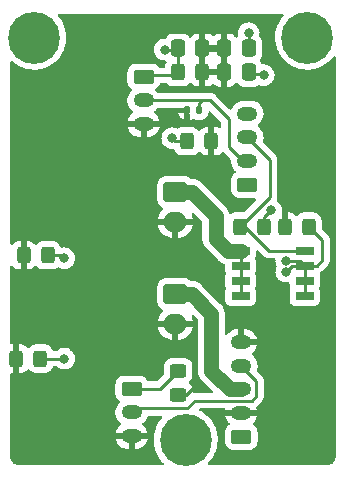
<source format=gbr>
%TF.GenerationSoftware,KiCad,Pcbnew,(6.0.10)*%
%TF.CreationDate,2023-09-05T22:22:05+02:00*%
%TF.ProjectId,incubator_breakout,696e6375-6261-4746-9f72-5f627265616b,rev?*%
%TF.SameCoordinates,Original*%
%TF.FileFunction,Copper,L1,Top*%
%TF.FilePolarity,Positive*%
%FSLAX46Y46*%
G04 Gerber Fmt 4.6, Leading zero omitted, Abs format (unit mm)*
G04 Created by KiCad (PCBNEW (6.0.10)) date 2023-09-05 22:22:05*
%MOMM*%
%LPD*%
G01*
G04 APERTURE LIST*
G04 Aperture macros list*
%AMRoundRect*
0 Rectangle with rounded corners*
0 $1 Rounding radius*
0 $2 $3 $4 $5 $6 $7 $8 $9 X,Y pos of 4 corners*
0 Add a 4 corners polygon primitive as box body*
4,1,4,$2,$3,$4,$5,$6,$7,$8,$9,$2,$3,0*
0 Add four circle primitives for the rounded corners*
1,1,$1+$1,$2,$3*
1,1,$1+$1,$4,$5*
1,1,$1+$1,$6,$7*
1,1,$1+$1,$8,$9*
0 Add four rect primitives between the rounded corners*
20,1,$1+$1,$2,$3,$4,$5,0*
20,1,$1+$1,$4,$5,$6,$7,0*
20,1,$1+$1,$6,$7,$8,$9,0*
20,1,$1+$1,$8,$9,$2,$3,0*%
G04 Aperture macros list end*
%TA.AperFunction,ComponentPad*%
%ADD10RoundRect,0.250000X-0.750000X0.600000X-0.750000X-0.600000X0.750000X-0.600000X0.750000X0.600000X0*%
%TD*%
%TA.AperFunction,ComponentPad*%
%ADD11O,2.000000X1.700000*%
%TD*%
%TA.AperFunction,ComponentPad*%
%ADD12RoundRect,0.250000X-0.625000X0.350000X-0.625000X-0.350000X0.625000X-0.350000X0.625000X0.350000X0*%
%TD*%
%TA.AperFunction,ComponentPad*%
%ADD13O,1.750000X1.200000*%
%TD*%
%TA.AperFunction,ComponentPad*%
%ADD14RoundRect,0.250000X0.625000X-0.350000X0.625000X0.350000X-0.625000X0.350000X-0.625000X-0.350000X0*%
%TD*%
%TA.AperFunction,SMDPad,CuDef*%
%ADD15R,1.550000X0.700000*%
%TD*%
%TA.AperFunction,SMDPad,CuDef*%
%ADD16RoundRect,0.250000X-0.325000X-0.450000X0.325000X-0.450000X0.325000X0.450000X-0.325000X0.450000X0*%
%TD*%
%TA.AperFunction,SMDPad,CuDef*%
%ADD17RoundRect,0.250000X0.325000X0.450000X-0.325000X0.450000X-0.325000X-0.450000X0.325000X-0.450000X0*%
%TD*%
%TA.AperFunction,SMDPad,CuDef*%
%ADD18RoundRect,0.250000X0.450000X-0.325000X0.450000X0.325000X-0.450000X0.325000X-0.450000X-0.325000X0*%
%TD*%
%TA.AperFunction,ComponentPad*%
%ADD19C,4.400000*%
%TD*%
%TA.AperFunction,SMDPad,CuDef*%
%ADD20RoundRect,0.147500X0.147500X0.172500X-0.147500X0.172500X-0.147500X-0.172500X0.147500X-0.172500X0*%
%TD*%
%TA.AperFunction,SMDPad,CuDef*%
%ADD21RoundRect,0.250000X0.337500X0.475000X-0.337500X0.475000X-0.337500X-0.475000X0.337500X-0.475000X0*%
%TD*%
%TA.AperFunction,SMDPad,CuDef*%
%ADD22RoundRect,0.250000X-0.337500X-0.475000X0.337500X-0.475000X0.337500X0.475000X-0.337500X0.475000X0*%
%TD*%
%TA.AperFunction,ViaPad*%
%ADD23C,0.800000*%
%TD*%
%TA.AperFunction,Conductor*%
%ADD24C,0.250000*%
%TD*%
%TA.AperFunction,Conductor*%
%ADD25C,1.250000*%
%TD*%
G04 APERTURE END LIST*
D10*
%TO.P,J2,1,Pin_1*%
%TO.N,K-*%
X160528000Y-124079000D03*
D11*
%TO.P,J2,2,Pin_2*%
%TO.N,+5V*%
X160528000Y-126579000D03*
%TD*%
D12*
%TO.P,J1,1,Pin_1*%
%TO.N,GND*%
X156845000Y-132080000D03*
D13*
%TO.P,J1,2,Pin_2*%
%TO.N,Temp*%
X156845000Y-134080000D03*
%TO.P,J1,3,Pin_3*%
%TO.N,+5V*%
X156845000Y-136080000D03*
%TD*%
D14*
%TO.P,J3,1,Pin_1*%
%TO.N,GND*%
X166116000Y-136144000D03*
D13*
%TO.P,J3,2,Pin_2*%
%TO.N,+5V*%
X166116000Y-134144000D03*
%TO.P,J3,3,Pin_3*%
%TO.N,K-*%
X166116000Y-132144000D03*
%TO.P,J3,4,Pin_4*%
%TO.N,Temp*%
X166116000Y-130144000D03*
%TO.P,J3,5,Pin_5*%
%TO.N,+5V*%
X166116000Y-128144000D03*
%TD*%
D14*
%TO.P,J4,1,Pin_1*%
%TO.N,GND*%
X166624000Y-114808000D03*
D13*
%TO.P,J4,2,Pin_2*%
%TO.N,Temp2*%
X166624000Y-112808000D03*
%TO.P,J4,3,Pin_3*%
%TO.N,H_control*%
X166624000Y-110808000D03*
%TO.P,J4,4,Pin_4*%
%TO.N,unconnected-(J4-Pad4)*%
X166624000Y-108808000D03*
%TD*%
D10*
%TO.P,J6,1,Pin_1*%
%TO.N,H-*%
X160528000Y-115443000D03*
D11*
%TO.P,J6,2,Pin_2*%
%TO.N,+5V*%
X160528000Y-117943000D03*
%TD*%
D12*
%TO.P,J5,1,Pin_1*%
%TO.N,GND*%
X157861000Y-105664000D03*
D13*
%TO.P,J5,2,Pin_2*%
%TO.N,Temp2*%
X157861000Y-107664000D03*
%TO.P,J5,3,Pin_3*%
%TO.N,+5V*%
X157861000Y-109664000D03*
%TD*%
D15*
%TO.P,Q1,1,S_1*%
%TO.N,GND*%
X171508000Y-124206000D03*
%TO.P,Q1,2,S_2*%
X171508000Y-122936000D03*
%TO.P,Q1,3,S_3*%
X171508000Y-121666000D03*
%TO.P,Q1,4,G*%
%TO.N,H_control*%
X171508000Y-120396000D03*
%TO.P,Q1,5,D_1*%
%TO.N,H-*%
X166058000Y-120396000D03*
%TO.P,Q1,6,D_2*%
X166058000Y-121666000D03*
%TO.P,Q1,7,D_3*%
X166058000Y-122936000D03*
%TO.P,Q1,8,D_4*%
X166058000Y-124206000D03*
%TD*%
D16*
%TO.P,R2,1*%
%TO.N,H_control*%
X165989000Y-118364000D03*
%TO.P,R2,2*%
%TO.N,GND*%
X168039000Y-118364000D03*
%TD*%
D17*
%TO.P,C1,1*%
%TO.N,+5V*%
X162823000Y-105283000D03*
%TO.P,C1,2*%
%TO.N,GND*%
X160773000Y-105283000D03*
%TD*%
D18*
%TO.P,C3,1*%
%TO.N,+5V*%
X160782000Y-132597000D03*
%TO.P,C3,2*%
%TO.N,GND*%
X160782000Y-130547000D03*
%TD*%
D16*
%TO.P,C6,1*%
%TO.N,+5V*%
X169790000Y-118364000D03*
%TO.P,C6,2*%
%TO.N,GND*%
X171840000Y-118364000D03*
%TD*%
D17*
%TO.P,C4,1*%
%TO.N,+5V*%
X163585000Y-111125000D03*
%TO.P,C4,2*%
%TO.N,GND*%
X161535000Y-111125000D03*
%TD*%
D19*
%TO.P,H1,1*%
%TO.N,N/C*%
X171704000Y-102362000D03*
%TD*%
%TO.P,H3,1*%
%TO.N,N/C*%
X148590000Y-102362000D03*
%TD*%
%TO.P,H2,1*%
%TO.N,N/C*%
X161417000Y-136398000D03*
%TD*%
D16*
%TO.P,C2,1*%
%TO.N,+5V*%
X147692000Y-120777000D03*
%TO.P,C2,2*%
%TO.N,GND*%
X149742000Y-120777000D03*
%TD*%
%TO.P,C5,1*%
%TO.N,+5V*%
X147057000Y-129540000D03*
%TO.P,C5,2*%
%TO.N,GND*%
X149107000Y-129540000D03*
%TD*%
D20*
%TO.P,R1,1*%
%TO.N,Temp2*%
X162537000Y-108483400D03*
%TO.P,R1,2*%
%TO.N,+5V*%
X161567000Y-108483400D03*
%TD*%
D21*
%TO.P,C11,1*%
%TO.N,+5V*%
X162835500Y-103251000D03*
%TO.P,C11,2*%
%TO.N,GND*%
X160760500Y-103251000D03*
%TD*%
D22*
%TO.P,C10,1*%
%TO.N,+5V*%
X164697500Y-105283000D03*
%TO.P,C10,2*%
%TO.N,GND*%
X166772500Y-105283000D03*
%TD*%
%TO.P,C12,1*%
%TO.N,+5V*%
X164697500Y-103251000D03*
%TO.P,C12,2*%
%TO.N,GND*%
X166772500Y-103251000D03*
%TD*%
D23*
%TO.N,GND*%
X151130000Y-129540000D03*
X169926000Y-121285000D03*
X169926000Y-122174000D03*
X166751000Y-101981000D03*
X159639000Y-103378000D03*
X168021000Y-105537000D03*
X168656000Y-116967000D03*
X151130000Y-121031000D03*
X160274000Y-110871000D03*
%TD*%
D24*
%TO.N,+5V*%
X161408000Y-132597000D02*
X162179000Y-131826000D01*
X160782000Y-132597000D02*
X161408000Y-132597000D01*
X164697500Y-103378000D02*
X162835500Y-103378000D01*
D25*
%TO.N,K-*%
X161925000Y-124079000D02*
X160528000Y-124079000D01*
X166116000Y-132144000D02*
X165164000Y-132144000D01*
X163576000Y-125730000D02*
X161925000Y-124079000D01*
X165164000Y-132144000D02*
X163576000Y-130556000D01*
X163576000Y-130556000D02*
X163576000Y-125730000D01*
D24*
%TO.N,Temp*%
X166116000Y-130144000D02*
X167386000Y-131414000D01*
X167386000Y-131414000D02*
X167386000Y-132715000D01*
X167386000Y-132715000D02*
X167005000Y-133096000D01*
X157194000Y-133731000D02*
X156845000Y-134080000D01*
X162179000Y-133096000D02*
X161544000Y-133731000D01*
X161544000Y-133731000D02*
X157194000Y-133731000D01*
X167005000Y-133096000D02*
X162179000Y-133096000D01*
%TO.N,GND*%
X149742000Y-120777000D02*
X150876000Y-120777000D01*
X150876000Y-120777000D02*
X151130000Y-121031000D01*
X149615000Y-129540000D02*
X151130000Y-129540000D01*
X168656000Y-116967000D02*
X168039000Y-117584000D01*
X171495000Y-122936000D02*
X171495000Y-124206000D01*
X156845000Y-132080000D02*
X159249000Y-132080000D01*
X160646000Y-105537000D02*
X157988000Y-105537000D01*
X161535000Y-111125000D02*
X160528000Y-111125000D01*
X166772500Y-103378000D02*
X166772500Y-102002500D01*
X160760500Y-103378000D02*
X160760500Y-105422500D01*
X166772500Y-105410000D02*
X167894000Y-105410000D01*
X168039000Y-117584000D02*
X168039000Y-118364000D01*
X172974000Y-121199500D02*
X172507500Y-121666000D01*
X159249000Y-132080000D02*
X160782000Y-130547000D01*
X172507500Y-121666000D02*
X171495000Y-121666000D01*
X172974000Y-119498000D02*
X172974000Y-121199500D01*
X170434000Y-121666000D02*
X171495000Y-121666000D01*
X171495000Y-121666000D02*
X171495000Y-122936000D01*
X166772500Y-102002500D02*
X166751000Y-101981000D01*
X157988000Y-105537000D02*
X157861000Y-105664000D01*
X167894000Y-105410000D02*
X168021000Y-105537000D01*
X169926000Y-122174000D02*
X170434000Y-121666000D01*
X169926000Y-121285000D02*
X171114000Y-121285000D01*
X160528000Y-111125000D02*
X160274000Y-110871000D01*
X171840000Y-118364000D02*
X172974000Y-119498000D01*
X160760500Y-103378000D02*
X159639000Y-103378000D01*
X160760500Y-105422500D02*
X160646000Y-105537000D01*
X171114000Y-121285000D02*
X171495000Y-121666000D01*
D25*
%TO.N,H-*%
X164973000Y-120396000D02*
X166071000Y-120396000D01*
D24*
X166071000Y-122936000D02*
X166071000Y-121666000D01*
D25*
X163957000Y-119380000D02*
X164973000Y-120396000D01*
D24*
X166071000Y-122936000D02*
X166071000Y-124206000D01*
D25*
X163957000Y-117475000D02*
X163957000Y-119380000D01*
D24*
X166071000Y-120396000D02*
X166071000Y-122129000D01*
X166071000Y-122129000D02*
X166071000Y-121666000D01*
D25*
X160528000Y-115443000D02*
X161925000Y-115443000D01*
X161925000Y-115443000D02*
X163957000Y-117475000D01*
D24*
%TO.N,Temp2*%
X163480000Y-107664000D02*
X165068000Y-109252000D01*
X165068000Y-111601000D02*
X165068000Y-109252000D01*
X166624000Y-112808000D02*
X166275000Y-112808000D01*
X162756600Y-107664000D02*
X163480000Y-107664000D01*
X162537000Y-107883600D02*
X162756600Y-107664000D01*
X162537000Y-108483400D02*
X162537000Y-107883600D01*
X166275000Y-112808000D02*
X165068000Y-111601000D01*
X159004000Y-107664000D02*
X157861000Y-107664000D01*
X159004000Y-107664000D02*
X162756600Y-107664000D01*
%TO.N,H_control*%
X165989000Y-118364000D02*
X168529000Y-115824000D01*
X166624000Y-110808000D02*
X168529000Y-112713000D01*
X171495000Y-120396000D02*
X168482810Y-120396000D01*
X168482810Y-120396000D02*
X166450810Y-118364000D01*
X168529000Y-112713000D02*
X168529000Y-115824000D01*
X166450810Y-118364000D02*
X165989000Y-118364000D01*
%TD*%
%TA.AperFunction,Conductor*%
%TO.N,+5V*%
G36*
X169667297Y-100350502D02*
G01*
X169713790Y-100404158D01*
X169723894Y-100474432D01*
X169694400Y-100539012D01*
X169692702Y-100540819D01*
X169692755Y-100540867D01*
X169690220Y-100543682D01*
X169687513Y-100546347D01*
X169685149Y-100549314D01*
X169685146Y-100549317D01*
X169668220Y-100570558D01*
X169483991Y-100801751D01*
X169312626Y-101079757D01*
X169175902Y-101376336D01*
X169174741Y-101379940D01*
X169174741Y-101379941D01*
X169166196Y-101406477D01*
X169075797Y-101687192D01*
X169075079Y-101690903D01*
X169075078Y-101690907D01*
X169014482Y-102004105D01*
X169014481Y-102004114D01*
X169013763Y-102007824D01*
X169013496Y-102011600D01*
X169013495Y-102011605D01*
X168991983Y-102315430D01*
X168990698Y-102333585D01*
X169006936Y-102659759D01*
X169007577Y-102663490D01*
X169007578Y-102663498D01*
X169039071Y-102846774D01*
X169062241Y-102981619D01*
X169063329Y-102985258D01*
X169063330Y-102985261D01*
X169125947Y-103194635D01*
X169155814Y-103294504D01*
X169157327Y-103297975D01*
X169157329Y-103297981D01*
X169195067Y-103384565D01*
X169286297Y-103593881D01*
X169288220Y-103597152D01*
X169288222Y-103597156D01*
X169330584Y-103669215D01*
X169451802Y-103875414D01*
X169454103Y-103878429D01*
X169647631Y-104132012D01*
X169647636Y-104132017D01*
X169649931Y-104135025D01*
X169709061Y-104195724D01*
X169861510Y-104352216D01*
X169877814Y-104368953D01*
X169950635Y-104427607D01*
X170129196Y-104571431D01*
X170129201Y-104571435D01*
X170132149Y-104573809D01*
X170409253Y-104746627D01*
X170705112Y-104884903D01*
X171015440Y-104986634D01*
X171019154Y-104987373D01*
X171019155Y-104987373D01*
X171045532Y-104992620D01*
X171335742Y-105050346D01*
X171339514Y-105050633D01*
X171339522Y-105050634D01*
X171657602Y-105074829D01*
X171657607Y-105074829D01*
X171661379Y-105075116D01*
X171987633Y-105060586D01*
X172047425Y-105050634D01*
X172306037Y-105007590D01*
X172306042Y-105007589D01*
X172309778Y-105006967D01*
X172623149Y-104915034D01*
X172626616Y-104913544D01*
X172626620Y-104913543D01*
X172919721Y-104787616D01*
X172919723Y-104787615D01*
X172923205Y-104786119D01*
X173205601Y-104622091D01*
X173466245Y-104425324D01*
X173611676Y-104285128D01*
X173698632Y-104201303D01*
X173698635Y-104201300D01*
X173701363Y-104198670D01*
X173703757Y-104195729D01*
X173703762Y-104195724D01*
X173892788Y-103963541D01*
X173951307Y-103923342D01*
X174022270Y-103921162D01*
X174083147Y-103957694D01*
X174114608Y-104021339D01*
X174116500Y-104043091D01*
X174116500Y-137745633D01*
X174115000Y-137765018D01*
X174111309Y-137788724D01*
X174112473Y-137797626D01*
X174112750Y-137799746D01*
X174113207Y-137828431D01*
X174112289Y-137837755D01*
X174103084Y-137931212D01*
X174098267Y-137955432D01*
X174062134Y-138074546D01*
X174052685Y-138097355D01*
X173994013Y-138207124D01*
X173980295Y-138227655D01*
X173901329Y-138323876D01*
X173883876Y-138341329D01*
X173787655Y-138420295D01*
X173767124Y-138434013D01*
X173657355Y-138492685D01*
X173634546Y-138502134D01*
X173515432Y-138538267D01*
X173491211Y-138543084D01*
X173395191Y-138552541D01*
X173379132Y-138552091D01*
X173379123Y-138552800D01*
X173370147Y-138552690D01*
X173361276Y-138551309D01*
X173352374Y-138552473D01*
X173352372Y-138552473D01*
X173339856Y-138554110D01*
X173329714Y-138555436D01*
X173313379Y-138556500D01*
X163392769Y-138556500D01*
X163324648Y-138536498D01*
X163278155Y-138482842D01*
X163268051Y-138412568D01*
X163297545Y-138347988D01*
X163305321Y-138339787D01*
X163411632Y-138237303D01*
X163411635Y-138237300D01*
X163414363Y-138234670D01*
X163620549Y-137981410D01*
X163711189Y-137837755D01*
X163792788Y-137708428D01*
X163792790Y-137708425D01*
X163794815Y-137705215D01*
X163934638Y-137410084D01*
X163961188Y-137330504D01*
X164036790Y-137103897D01*
X164036792Y-137103891D01*
X164037992Y-137100293D01*
X164103381Y-136780329D01*
X164107404Y-136730877D01*
X164122571Y-136544400D01*
X164732500Y-136544400D01*
X164732837Y-136547646D01*
X164732837Y-136547650D01*
X164742391Y-136639724D01*
X164743474Y-136650166D01*
X164745655Y-136656702D01*
X164745655Y-136656704D01*
X164767157Y-136721153D01*
X164799450Y-136817946D01*
X164892522Y-136968348D01*
X165017697Y-137093305D01*
X165023927Y-137097145D01*
X165023928Y-137097146D01*
X165161090Y-137181694D01*
X165168262Y-137186115D01*
X165248005Y-137212564D01*
X165329611Y-137239632D01*
X165329613Y-137239632D01*
X165336139Y-137241797D01*
X165342975Y-137242497D01*
X165342978Y-137242498D01*
X165386031Y-137246909D01*
X165440600Y-137252500D01*
X166791400Y-137252500D01*
X166794646Y-137252163D01*
X166794650Y-137252163D01*
X166890308Y-137242238D01*
X166890312Y-137242237D01*
X166897166Y-137241526D01*
X166903702Y-137239345D01*
X166903704Y-137239345D01*
X167035806Y-137195272D01*
X167064946Y-137185550D01*
X167215348Y-137092478D01*
X167340305Y-136967303D01*
X167344146Y-136961072D01*
X167429275Y-136822968D01*
X167429276Y-136822966D01*
X167433115Y-136816738D01*
X167488797Y-136648861D01*
X167499500Y-136544400D01*
X167499500Y-135743600D01*
X167488526Y-135637834D01*
X167432550Y-135470054D01*
X167339478Y-135319652D01*
X167214303Y-135194695D01*
X167203812Y-135188228D01*
X167162310Y-135162645D01*
X167114817Y-135109873D01*
X167103395Y-135039801D01*
X167131669Y-134974677D01*
X167150597Y-134956298D01*
X167153856Y-134953738D01*
X167162506Y-134945501D01*
X167293212Y-134794877D01*
X167300147Y-134785153D01*
X167400010Y-134612533D01*
X167404984Y-134601669D01*
X167470407Y-134413273D01*
X167470648Y-134412284D01*
X167469180Y-134401992D01*
X167455615Y-134398000D01*
X164780598Y-134398000D01*
X164767067Y-134401973D01*
X164765712Y-134411399D01*
X164787194Y-134500537D01*
X164791083Y-134511832D01*
X164873629Y-134693382D01*
X164879576Y-134703724D01*
X164994968Y-134866397D01*
X165002761Y-134875425D01*
X165093757Y-134962535D01*
X165129133Y-135024090D01*
X165125614Y-135095000D01*
X165084317Y-135152750D01*
X165072947Y-135160685D01*
X165016652Y-135195522D01*
X164891695Y-135320697D01*
X164887855Y-135326927D01*
X164887854Y-135326928D01*
X164832986Y-135415941D01*
X164798885Y-135471262D01*
X164743203Y-135639139D01*
X164732500Y-135743600D01*
X164732500Y-136544400D01*
X164122571Y-136544400D01*
X164129674Y-136457061D01*
X164129856Y-136454826D01*
X164130451Y-136398000D01*
X164128510Y-136365796D01*
X164111026Y-136075793D01*
X164111026Y-136075789D01*
X164110798Y-136072015D01*
X164105650Y-136043824D01*
X164052805Y-135754473D01*
X164052804Y-135754469D01*
X164052125Y-135750751D01*
X164050904Y-135746817D01*
X163964967Y-135470054D01*
X163955282Y-135438863D01*
X163821670Y-135140869D01*
X163653226Y-134861084D01*
X163650899Y-134858100D01*
X163650894Y-134858093D01*
X163454726Y-134606558D01*
X163454724Y-134606556D01*
X163452390Y-134603563D01*
X163222070Y-134372034D01*
X162965603Y-134169852D01*
X162686705Y-133999945D01*
X162683261Y-133998379D01*
X162683257Y-133998377D01*
X162621286Y-133970201D01*
X162567553Y-133923798D01*
X162547437Y-133855710D01*
X162567326Y-133787556D01*
X162620903Y-133740974D01*
X162673437Y-133729500D01*
X164636591Y-133729500D01*
X164704712Y-133749502D01*
X164751205Y-133803158D01*
X164761309Y-133873432D01*
X164761146Y-133874273D01*
X164762820Y-133886008D01*
X164776385Y-133890000D01*
X167451402Y-133890000D01*
X167464933Y-133886027D01*
X167466288Y-133876601D01*
X167444806Y-133787463D01*
X167440917Y-133776168D01*
X167409801Y-133707733D01*
X167399815Y-133637443D01*
X167429415Y-133572911D01*
X167436512Y-133565537D01*
X167442107Y-133561472D01*
X167447156Y-133555369D01*
X167447159Y-133555366D01*
X167470298Y-133527395D01*
X167478288Y-133518616D01*
X167778247Y-133218657D01*
X167786537Y-133211113D01*
X167793018Y-133207000D01*
X167839659Y-133157332D01*
X167842413Y-133154491D01*
X167862134Y-133134770D01*
X167864612Y-133131575D01*
X167872318Y-133122553D01*
X167897158Y-133096101D01*
X167902586Y-133090321D01*
X167908732Y-133079142D01*
X167912346Y-133072568D01*
X167923199Y-133056045D01*
X167930753Y-133046306D01*
X167935613Y-133040041D01*
X167953176Y-132999457D01*
X167958383Y-132988827D01*
X167979695Y-132950060D01*
X167981666Y-132942383D01*
X167981668Y-132942378D01*
X167984732Y-132930442D01*
X167991138Y-132911730D01*
X167996034Y-132900417D01*
X167999181Y-132893145D01*
X168006097Y-132849481D01*
X168008504Y-132837860D01*
X168017528Y-132802711D01*
X168017528Y-132802710D01*
X168019500Y-132795030D01*
X168019500Y-132774769D01*
X168021051Y-132755058D01*
X168021419Y-132752738D01*
X168024219Y-132735057D01*
X168020059Y-132691046D01*
X168019500Y-132679189D01*
X168019500Y-131492767D01*
X168020027Y-131481584D01*
X168021702Y-131474091D01*
X168019562Y-131406014D01*
X168019500Y-131402055D01*
X168019500Y-131374144D01*
X168018995Y-131370144D01*
X168018062Y-131358301D01*
X168017817Y-131350483D01*
X168016673Y-131314110D01*
X168011022Y-131294658D01*
X168007014Y-131275306D01*
X168005467Y-131263063D01*
X168004474Y-131255203D01*
X168001556Y-131247832D01*
X167988200Y-131214097D01*
X167984355Y-131202870D01*
X167976509Y-131175866D01*
X167972018Y-131160407D01*
X167967984Y-131153585D01*
X167967981Y-131153579D01*
X167961706Y-131142968D01*
X167953010Y-131125218D01*
X167948472Y-131113756D01*
X167948469Y-131113751D01*
X167945552Y-131106383D01*
X167919573Y-131070625D01*
X167913057Y-131060707D01*
X167897223Y-131033934D01*
X167890542Y-131022637D01*
X167876218Y-131008313D01*
X167863376Y-130993278D01*
X167857111Y-130984655D01*
X167851472Y-130976893D01*
X167817406Y-130948711D01*
X167808627Y-130940722D01*
X167477860Y-130609955D01*
X167443834Y-130547643D01*
X167447928Y-130479528D01*
X167472861Y-130407729D01*
X167500957Y-130213955D01*
X167502352Y-130204336D01*
X167502352Y-130204333D01*
X167503213Y-130198396D01*
X167493433Y-129987101D01*
X167443875Y-129781466D01*
X167431333Y-129753880D01*
X167371686Y-129622695D01*
X167356326Y-129588913D01*
X167233946Y-129416389D01*
X167081150Y-129270119D01*
X167076119Y-129266870D01*
X167076112Y-129266865D01*
X167048393Y-129248967D01*
X167002016Y-129195211D01*
X166992063Y-129124915D01*
X167021696Y-129060398D01*
X167038909Y-129044030D01*
X167153857Y-128953738D01*
X167162506Y-128945501D01*
X167293212Y-128794877D01*
X167300147Y-128785153D01*
X167400010Y-128612533D01*
X167404984Y-128601669D01*
X167470407Y-128413273D01*
X167470648Y-128412284D01*
X167469180Y-128401992D01*
X167455615Y-128398000D01*
X165988000Y-128398000D01*
X165919879Y-128377998D01*
X165873386Y-128324342D01*
X165862000Y-128272000D01*
X165862000Y-127871885D01*
X166370000Y-127871885D01*
X166374475Y-127887124D01*
X166375865Y-127888329D01*
X166383548Y-127890000D01*
X167451402Y-127890000D01*
X167464933Y-127886027D01*
X167466288Y-127876601D01*
X167444806Y-127787463D01*
X167440917Y-127776168D01*
X167358371Y-127594618D01*
X167352424Y-127584276D01*
X167237032Y-127421603D01*
X167229239Y-127412575D01*
X167085169Y-127274658D01*
X167075804Y-127267262D01*
X166908259Y-127159079D01*
X166897655Y-127153583D01*
X166712688Y-127079039D01*
X166701230Y-127075645D01*
X166504072Y-127037143D01*
X166495209Y-127036066D01*
X166492500Y-127036000D01*
X166388115Y-127036000D01*
X166372876Y-127040475D01*
X166371671Y-127041865D01*
X166370000Y-127049548D01*
X166370000Y-127871885D01*
X165862000Y-127871885D01*
X165862000Y-127054115D01*
X165857525Y-127038876D01*
X165856135Y-127037671D01*
X165848452Y-127036000D01*
X165791168Y-127036000D01*
X165785192Y-127036285D01*
X165636506Y-127050471D01*
X165624772Y-127052730D01*
X165433401Y-127108872D01*
X165422325Y-127113302D01*
X165245022Y-127204619D01*
X165234976Y-127211069D01*
X165078143Y-127334262D01*
X165069494Y-127342499D01*
X164938788Y-127493124D01*
X164938079Y-127494118D01*
X164937597Y-127494496D01*
X164934857Y-127497654D01*
X164934248Y-127497126D01*
X164882237Y-127537961D01*
X164811557Y-127544654D01*
X164748478Y-127512072D01*
X164713028Y-127450559D01*
X164709500Y-127420950D01*
X164709500Y-125836368D01*
X164710433Y-125825307D01*
X164710153Y-125825286D01*
X164710592Y-125819313D01*
X164711598Y-125813394D01*
X164709530Y-125718611D01*
X164709500Y-125715863D01*
X164709500Y-125675959D01*
X164708770Y-125668311D01*
X164708231Y-125659099D01*
X164707011Y-125603152D01*
X164707011Y-125603150D01*
X164706880Y-125597153D01*
X164699633Y-125563491D01*
X164697382Y-125548946D01*
X164694683Y-125520662D01*
X164694113Y-125514685D01*
X164676671Y-125455232D01*
X164674400Y-125446287D01*
X164662620Y-125391571D01*
X164662617Y-125391560D01*
X164661356Y-125385705D01*
X164654908Y-125370550D01*
X164647880Y-125354034D01*
X164642916Y-125340171D01*
X164633226Y-125307140D01*
X164604853Y-125252050D01*
X164600932Y-125243697D01*
X164579020Y-125192202D01*
X164576671Y-125186681D01*
X164561825Y-125164630D01*
X164557446Y-125158125D01*
X164549950Y-125145450D01*
X164536938Y-125120186D01*
X164534191Y-125114852D01*
X164495919Y-125066130D01*
X164490485Y-125058665D01*
X164487998Y-125054971D01*
X164455878Y-125007260D01*
X164452055Y-125003044D01*
X164430862Y-124981851D01*
X164420871Y-124970589D01*
X164404288Y-124949478D01*
X164400583Y-124944761D01*
X164352435Y-124902980D01*
X164345922Y-124896911D01*
X162801720Y-123352709D01*
X162794556Y-123344224D01*
X162794343Y-123344408D01*
X162790428Y-123339872D01*
X162786957Y-123334979D01*
X162718447Y-123269395D01*
X162716483Y-123267472D01*
X162688293Y-123239282D01*
X162682373Y-123234393D01*
X162675479Y-123228261D01*
X162635054Y-123189563D01*
X162635050Y-123189560D01*
X162630715Y-123185410D01*
X162625676Y-123182157D01*
X162625673Y-123182154D01*
X162601800Y-123166740D01*
X162589916Y-123158042D01*
X162587761Y-123156262D01*
X162563375Y-123136124D01*
X162508981Y-123106406D01*
X162501061Y-123101693D01*
X162454054Y-123071341D01*
X162454050Y-123071339D01*
X162449009Y-123068084D01*
X162417080Y-123055216D01*
X162403778Y-123048928D01*
X162378829Y-123035297D01*
X162373565Y-123032421D01*
X162367860Y-123030595D01*
X162367858Y-123030594D01*
X162344018Y-123022963D01*
X162314545Y-123013529D01*
X162305865Y-123010395D01*
X162253959Y-122989476D01*
X162248396Y-122987234D01*
X162242510Y-122986084D01*
X162242508Y-122986084D01*
X162214615Y-122980637D01*
X162200351Y-122976975D01*
X162173273Y-122968307D01*
X162173271Y-122968307D01*
X162167568Y-122966481D01*
X162161619Y-122965766D01*
X162161613Y-122965765D01*
X162106045Y-122959089D01*
X162096925Y-122957653D01*
X162053565Y-122949186D01*
X162036113Y-122945778D01*
X162030429Y-122945500D01*
X162000455Y-122945500D01*
X161985427Y-122944601D01*
X161958767Y-122941398D01*
X161958763Y-122941398D01*
X161952820Y-122940684D01*
X161946844Y-122941107D01*
X161946841Y-122941107D01*
X161889249Y-122945185D01*
X161880350Y-122945500D01*
X161869350Y-122945500D01*
X161801229Y-122925498D01*
X161780333Y-122908674D01*
X161758809Y-122887188D01*
X161751303Y-122879695D01*
X161707779Y-122852866D01*
X161606968Y-122790725D01*
X161606966Y-122790724D01*
X161600738Y-122786885D01*
X161440254Y-122733655D01*
X161439389Y-122733368D01*
X161439387Y-122733368D01*
X161432861Y-122731203D01*
X161426025Y-122730503D01*
X161426022Y-122730502D01*
X161382969Y-122726091D01*
X161328400Y-122720500D01*
X159727600Y-122720500D01*
X159724354Y-122720837D01*
X159724350Y-122720837D01*
X159628692Y-122730762D01*
X159628688Y-122730763D01*
X159621834Y-122731474D01*
X159615298Y-122733655D01*
X159615296Y-122733655D01*
X159483194Y-122777728D01*
X159454054Y-122787450D01*
X159303652Y-122880522D01*
X159178695Y-123005697D01*
X159174855Y-123011927D01*
X159174854Y-123011928D01*
X159116611Y-123106416D01*
X159085885Y-123156262D01*
X159030203Y-123324139D01*
X159019500Y-123428600D01*
X159019500Y-124729400D01*
X159019837Y-124732646D01*
X159019837Y-124732650D01*
X159027852Y-124809891D01*
X159030474Y-124835166D01*
X159086450Y-125002946D01*
X159179522Y-125153348D01*
X159304697Y-125278305D01*
X159447156Y-125366118D01*
X159450780Y-125368352D01*
X159498273Y-125421124D01*
X159509697Y-125491196D01*
X159481423Y-125556320D01*
X159471636Y-125566782D01*
X159361094Y-125672234D01*
X159354059Y-125680186D01*
X159222859Y-125856525D01*
X159217255Y-125865562D01*
X159117643Y-126061484D01*
X159113643Y-126071335D01*
X159048466Y-126281240D01*
X159046183Y-126291624D01*
X159044139Y-126307043D01*
X159046335Y-126321207D01*
X159059522Y-126325000D01*
X161994192Y-126325000D01*
X162007723Y-126321027D01*
X162009248Y-126310420D01*
X161984523Y-126192579D01*
X161981463Y-126182383D01*
X161914731Y-126013405D01*
X161908313Y-125942699D01*
X161941141Y-125879748D01*
X162002791Y-125844538D01*
X162073691Y-125848248D01*
X162121018Y-125878029D01*
X162405595Y-126162606D01*
X162439621Y-126224918D01*
X162442500Y-126251701D01*
X162442500Y-130449633D01*
X162441567Y-130460694D01*
X162441847Y-130460715D01*
X162441408Y-130466688D01*
X162440402Y-130472607D01*
X162442181Y-130554120D01*
X162442470Y-130567370D01*
X162442500Y-130570119D01*
X162442500Y-130610041D01*
X162443231Y-130617705D01*
X162443769Y-130626906D01*
X162444878Y-130677694D01*
X162445121Y-130688848D01*
X162446383Y-130694708D01*
X162452365Y-130722494D01*
X162454617Y-130737044D01*
X162455678Y-130748163D01*
X162457887Y-130771315D01*
X162459577Y-130777075D01*
X162459577Y-130777076D01*
X162475329Y-130830768D01*
X162477603Y-130839717D01*
X162490644Y-130900295D01*
X162492992Y-130905814D01*
X162492993Y-130905816D01*
X162504120Y-130931966D01*
X162509083Y-130945827D01*
X162518774Y-130978860D01*
X162541321Y-131022637D01*
X162547139Y-131033934D01*
X162551061Y-131042286D01*
X162575329Y-131099320D01*
X162578680Y-131104297D01*
X162594556Y-131127879D01*
X162602052Y-131140554D01*
X162617809Y-131171148D01*
X162656083Y-131219874D01*
X162661506Y-131227324D01*
X162685477Y-131262928D01*
X162696122Y-131278740D01*
X162699945Y-131282956D01*
X162721138Y-131304149D01*
X162731128Y-131315410D01*
X162751417Y-131341239D01*
X162755947Y-131345170D01*
X162755948Y-131345171D01*
X162799564Y-131383019D01*
X162806078Y-131389089D01*
X163664394Y-132247405D01*
X163698420Y-132309717D01*
X163693355Y-132380532D01*
X163650808Y-132437368D01*
X163584288Y-132462179D01*
X163575299Y-132462500D01*
X162257768Y-132462500D01*
X162246585Y-132461973D01*
X162239092Y-132460298D01*
X162231166Y-132460547D01*
X162231165Y-132460547D01*
X162171002Y-132462438D01*
X162167044Y-132462500D01*
X162139144Y-132462500D01*
X162135154Y-132463004D01*
X162123296Y-132463937D01*
X162119942Y-132464042D01*
X162051228Y-132446182D01*
X162003079Y-132394007D01*
X161989999Y-132338104D01*
X161989999Y-132224905D01*
X161989662Y-132218386D01*
X161979743Y-132122794D01*
X161976851Y-132109400D01*
X161925412Y-131955216D01*
X161919239Y-131942038D01*
X161833937Y-131804193D01*
X161824901Y-131792792D01*
X161710172Y-131678262D01*
X161701238Y-131671206D01*
X161660177Y-131613288D01*
X161656947Y-131542365D01*
X161692574Y-131480954D01*
X161700407Y-131474154D01*
X161706348Y-131470478D01*
X161831305Y-131345303D01*
X161836718Y-131336522D01*
X161920275Y-131200968D01*
X161920276Y-131200966D01*
X161924115Y-131194738D01*
X161974674Y-131042306D01*
X161977632Y-131033389D01*
X161977632Y-131033387D01*
X161979797Y-131026861D01*
X161981698Y-131008313D01*
X161990172Y-130925598D01*
X161990500Y-130922400D01*
X161990500Y-130171600D01*
X161983752Y-130106561D01*
X161980238Y-130072692D01*
X161980237Y-130072688D01*
X161979526Y-130065834D01*
X161923550Y-129898054D01*
X161830478Y-129747652D01*
X161705303Y-129622695D01*
X161699072Y-129618854D01*
X161560968Y-129533725D01*
X161560966Y-129533724D01*
X161554738Y-129529885D01*
X161444811Y-129493424D01*
X161393389Y-129476368D01*
X161393387Y-129476368D01*
X161386861Y-129474203D01*
X161380025Y-129473503D01*
X161380022Y-129473502D01*
X161336969Y-129469091D01*
X161282400Y-129463500D01*
X160281600Y-129463500D01*
X160278354Y-129463837D01*
X160278350Y-129463837D01*
X160182692Y-129473762D01*
X160182688Y-129473763D01*
X160175834Y-129474474D01*
X160169298Y-129476655D01*
X160169296Y-129476655D01*
X160065744Y-129511203D01*
X160008054Y-129530450D01*
X159857652Y-129623522D01*
X159732695Y-129748697D01*
X159728855Y-129754927D01*
X159728854Y-129754928D01*
X159715863Y-129776004D01*
X159639885Y-129899262D01*
X159584203Y-130067139D01*
X159583503Y-130073975D01*
X159583502Y-130073978D01*
X159582220Y-130086489D01*
X159573500Y-130171600D01*
X159573500Y-130807405D01*
X159553498Y-130875526D01*
X159536595Y-130896500D01*
X159023500Y-131409595D01*
X158961188Y-131443621D01*
X158934405Y-131446500D01*
X158256781Y-131446500D01*
X158188660Y-131426498D01*
X158149637Y-131386803D01*
X158109554Y-131322029D01*
X158068478Y-131255652D01*
X157943303Y-131130695D01*
X157829762Y-131060707D01*
X157798968Y-131041725D01*
X157798966Y-131041724D01*
X157792738Y-131037885D01*
X157682434Y-131001299D01*
X157631389Y-130984368D01*
X157631387Y-130984368D01*
X157624861Y-130982203D01*
X157618025Y-130981503D01*
X157618022Y-130981502D01*
X157574969Y-130977091D01*
X157520400Y-130971500D01*
X156169600Y-130971500D01*
X156166354Y-130971837D01*
X156166350Y-130971837D01*
X156070692Y-130981762D01*
X156070688Y-130981763D01*
X156063834Y-130982474D01*
X156057298Y-130984655D01*
X156057296Y-130984655D01*
X155986385Y-131008313D01*
X155896054Y-131038450D01*
X155745652Y-131131522D01*
X155620695Y-131256697D01*
X155616855Y-131262927D01*
X155616854Y-131262928D01*
X155542829Y-131383019D01*
X155527885Y-131407262D01*
X155508636Y-131465296D01*
X155483074Y-131542365D01*
X155472203Y-131575139D01*
X155461500Y-131679600D01*
X155461500Y-132480400D01*
X155461837Y-132483646D01*
X155461837Y-132483650D01*
X155470092Y-132563207D01*
X155472474Y-132586166D01*
X155474655Y-132592702D01*
X155474655Y-132592704D01*
X155499115Y-132666018D01*
X155528450Y-132753946D01*
X155621522Y-132904348D01*
X155746697Y-133029305D01*
X155752927Y-133033145D01*
X155752928Y-133033146D01*
X155798236Y-133061074D01*
X155845729Y-133113846D01*
X155857153Y-133183918D01*
X155828879Y-133249042D01*
X155809955Y-133267418D01*
X155802080Y-133273604D01*
X155798148Y-133278135D01*
X155798145Y-133278138D01*
X155679554Y-133414802D01*
X155663448Y-133433363D01*
X155660448Y-133438549D01*
X155660445Y-133438553D01*
X155609049Y-133527395D01*
X155557527Y-133616454D01*
X155488139Y-133816271D01*
X155487278Y-133822206D01*
X155487278Y-133822208D01*
X155461735Y-133998377D01*
X155457787Y-134025604D01*
X155467567Y-134236899D01*
X155468971Y-134242724D01*
X155468971Y-134242725D01*
X155500135Y-134372034D01*
X155517125Y-134442534D01*
X155519607Y-134447992D01*
X155519608Y-134447996D01*
X155563053Y-134543546D01*
X155604674Y-134635087D01*
X155727054Y-134807611D01*
X155879850Y-134953881D01*
X155884881Y-134957130D01*
X155884888Y-134957135D01*
X155912607Y-134975033D01*
X155958984Y-135028789D01*
X155968937Y-135099085D01*
X155939304Y-135163602D01*
X155922091Y-135179970D01*
X155807143Y-135270262D01*
X155798494Y-135278499D01*
X155667788Y-135429123D01*
X155660853Y-135438847D01*
X155560990Y-135611467D01*
X155556016Y-135622331D01*
X155490593Y-135810727D01*
X155490352Y-135811716D01*
X155491820Y-135822008D01*
X155505385Y-135826000D01*
X158180402Y-135826000D01*
X158193933Y-135822027D01*
X158195288Y-135812601D01*
X158173806Y-135723463D01*
X158169917Y-135712168D01*
X158087371Y-135530618D01*
X158081424Y-135520276D01*
X157966032Y-135357603D01*
X157958239Y-135348575D01*
X157814169Y-135210658D01*
X157804800Y-135203259D01*
X157777423Y-135185582D01*
X157731045Y-135131828D01*
X157721091Y-135061532D01*
X157750722Y-134997015D01*
X157767937Y-134980644D01*
X157883202Y-134890102D01*
X157887920Y-134886396D01*
X157891852Y-134881865D01*
X157891855Y-134881862D01*
X158022621Y-134731167D01*
X158026552Y-134726637D01*
X158029552Y-134721451D01*
X158029555Y-134721447D01*
X158129467Y-134548742D01*
X158132473Y-134543546D01*
X158165247Y-134449167D01*
X158206489Y-134391377D01*
X158272427Y-134365058D01*
X158284275Y-134364500D01*
X159314208Y-134364500D01*
X159382329Y-134384502D01*
X159428822Y-134438158D01*
X159438926Y-134508432D01*
X159409432Y-134573012D01*
X159404346Y-134578432D01*
X159403222Y-134579681D01*
X159400513Y-134582347D01*
X159398149Y-134585314D01*
X159398146Y-134585317D01*
X159281924Y-134731167D01*
X159196991Y-134837751D01*
X159025626Y-135115757D01*
X159003569Y-135163602D01*
X158928759Y-135325880D01*
X158888902Y-135412336D01*
X158887741Y-135415940D01*
X158887741Y-135415941D01*
X158879196Y-135442477D01*
X158788797Y-135723192D01*
X158788079Y-135726903D01*
X158788078Y-135726907D01*
X158727482Y-136040105D01*
X158727481Y-136040114D01*
X158726763Y-136043824D01*
X158726496Y-136047600D01*
X158726495Y-136047605D01*
X158705802Y-136339865D01*
X158703698Y-136369585D01*
X158703887Y-136373377D01*
X158717992Y-136656704D01*
X158719936Y-136695759D01*
X158720577Y-136699490D01*
X158720578Y-136699498D01*
X158767664Y-136973521D01*
X158775241Y-137017619D01*
X158776329Y-137021258D01*
X158776330Y-137021261D01*
X158845486Y-137252500D01*
X158868814Y-137330504D01*
X158999297Y-137629881D01*
X159001220Y-137633152D01*
X159001222Y-137633156D01*
X159043584Y-137705215D01*
X159164802Y-137911414D01*
X159167103Y-137914429D01*
X159360631Y-138168012D01*
X159360636Y-138168017D01*
X159362931Y-138171025D01*
X159521171Y-138333462D01*
X159530051Y-138342578D01*
X159563258Y-138405330D01*
X159557266Y-138476074D01*
X159513979Y-138532348D01*
X159447140Y-138556286D01*
X159439797Y-138556500D01*
X147369367Y-138556500D01*
X147349982Y-138555000D01*
X147335148Y-138552690D01*
X147335145Y-138552690D01*
X147326276Y-138551309D01*
X147316341Y-138552608D01*
X147315254Y-138552750D01*
X147286569Y-138553207D01*
X147213259Y-138545987D01*
X147183788Y-138543084D01*
X147159568Y-138538267D01*
X147040454Y-138502134D01*
X147017645Y-138492685D01*
X146907876Y-138434013D01*
X146887345Y-138420295D01*
X146791124Y-138341329D01*
X146773671Y-138323876D01*
X146694705Y-138227655D01*
X146680987Y-138207124D01*
X146622315Y-138097355D01*
X146612866Y-138074546D01*
X146576733Y-137955432D01*
X146571916Y-137931212D01*
X146562711Y-137837755D01*
X146562607Y-137814151D01*
X146562768Y-137812354D01*
X146563576Y-137807552D01*
X146563729Y-137795000D01*
X146559773Y-137767376D01*
X146558500Y-137749514D01*
X146558500Y-136347399D01*
X155494712Y-136347399D01*
X155516194Y-136436537D01*
X155520083Y-136447832D01*
X155602629Y-136629382D01*
X155608576Y-136639724D01*
X155723968Y-136802397D01*
X155731761Y-136811425D01*
X155875831Y-136949342D01*
X155885196Y-136956738D01*
X156052741Y-137064921D01*
X156063345Y-137070417D01*
X156248312Y-137144961D01*
X156259770Y-137148355D01*
X156456928Y-137186857D01*
X156465791Y-137187934D01*
X156468500Y-137188000D01*
X156572885Y-137188000D01*
X156588124Y-137183525D01*
X156589329Y-137182135D01*
X156591000Y-137174452D01*
X156591000Y-137169885D01*
X157099000Y-137169885D01*
X157103475Y-137185124D01*
X157104865Y-137186329D01*
X157112548Y-137188000D01*
X157169832Y-137188000D01*
X157175808Y-137187715D01*
X157324494Y-137173529D01*
X157336228Y-137171270D01*
X157527599Y-137115128D01*
X157538675Y-137110698D01*
X157715978Y-137019381D01*
X157726024Y-137012931D01*
X157882857Y-136889738D01*
X157891506Y-136881501D01*
X158022212Y-136730877D01*
X158029147Y-136721153D01*
X158129010Y-136548533D01*
X158133984Y-136537669D01*
X158199407Y-136349273D01*
X158199648Y-136348284D01*
X158198180Y-136337992D01*
X158184615Y-136334000D01*
X157117115Y-136334000D01*
X157101876Y-136338475D01*
X157100671Y-136339865D01*
X157099000Y-136347548D01*
X157099000Y-137169885D01*
X156591000Y-137169885D01*
X156591000Y-136352115D01*
X156586525Y-136336876D01*
X156585135Y-136335671D01*
X156577452Y-136334000D01*
X155509598Y-136334000D01*
X155496067Y-136337973D01*
X155494712Y-136347399D01*
X146558500Y-136347399D01*
X146558500Y-130874000D01*
X146578502Y-130805879D01*
X146632158Y-130759386D01*
X146684500Y-130748000D01*
X146784885Y-130748000D01*
X146800124Y-130743525D01*
X146801329Y-130742135D01*
X146803000Y-130734452D01*
X146803000Y-130729884D01*
X147311000Y-130729884D01*
X147315475Y-130745123D01*
X147316865Y-130746328D01*
X147324548Y-130747999D01*
X147429095Y-130747999D01*
X147435614Y-130747662D01*
X147531206Y-130737743D01*
X147544600Y-130734851D01*
X147698784Y-130683412D01*
X147711962Y-130677239D01*
X147849807Y-130591937D01*
X147861208Y-130582901D01*
X147975738Y-130468172D01*
X147982794Y-130459238D01*
X148040712Y-130418177D01*
X148111635Y-130414947D01*
X148173046Y-130450574D01*
X148179846Y-130458407D01*
X148183522Y-130464348D01*
X148308697Y-130589305D01*
X148314927Y-130593145D01*
X148314928Y-130593146D01*
X148452090Y-130677694D01*
X148459262Y-130682115D01*
X148497229Y-130694708D01*
X148620611Y-130735632D01*
X148620613Y-130735632D01*
X148627139Y-130737797D01*
X148633975Y-130738497D01*
X148633978Y-130738498D01*
X148677031Y-130742909D01*
X148731600Y-130748500D01*
X149482400Y-130748500D01*
X149485646Y-130748163D01*
X149485650Y-130748163D01*
X149581308Y-130738238D01*
X149581312Y-130738237D01*
X149588166Y-130737526D01*
X149594702Y-130735345D01*
X149594704Y-130735345D01*
X149734071Y-130688848D01*
X149755946Y-130681550D01*
X149906348Y-130588478D01*
X150031305Y-130463303D01*
X150040430Y-130448500D01*
X150120275Y-130318968D01*
X150120276Y-130318966D01*
X150124115Y-130312738D01*
X150141663Y-130259832D01*
X150182094Y-130201473D01*
X150247658Y-130174236D01*
X150261256Y-130173500D01*
X150421800Y-130173500D01*
X150489921Y-130193502D01*
X150509147Y-130209843D01*
X150509420Y-130209540D01*
X150514332Y-130213963D01*
X150518747Y-130218866D01*
X150673248Y-130331118D01*
X150679276Y-130333802D01*
X150679278Y-130333803D01*
X150831983Y-130401791D01*
X150847712Y-130408794D01*
X150941113Y-130428647D01*
X151028056Y-130447128D01*
X151028061Y-130447128D01*
X151034513Y-130448500D01*
X151225487Y-130448500D01*
X151231939Y-130447128D01*
X151231944Y-130447128D01*
X151318887Y-130428647D01*
X151412288Y-130408794D01*
X151428017Y-130401791D01*
X151580722Y-130333803D01*
X151580724Y-130333802D01*
X151586752Y-130331118D01*
X151741253Y-130218866D01*
X151782101Y-130173500D01*
X151864621Y-130081852D01*
X151864622Y-130081851D01*
X151869040Y-130076944D01*
X151964527Y-129911556D01*
X152023542Y-129729928D01*
X152043504Y-129540000D01*
X152039023Y-129497363D01*
X152024232Y-129356635D01*
X152024232Y-129356633D01*
X152023542Y-129350072D01*
X151964527Y-129168444D01*
X151956985Y-129155380D01*
X151902146Y-129060398D01*
X151869040Y-129003056D01*
X151741253Y-128861134D01*
X151642157Y-128789136D01*
X151592094Y-128752763D01*
X151592093Y-128752762D01*
X151586752Y-128748882D01*
X151580724Y-128746198D01*
X151580722Y-128746197D01*
X151418319Y-128673891D01*
X151418318Y-128673891D01*
X151412288Y-128671206D01*
X151318888Y-128651353D01*
X151231944Y-128632872D01*
X151231939Y-128632872D01*
X151225487Y-128631500D01*
X151034513Y-128631500D01*
X151028061Y-128632872D01*
X151028056Y-128632872D01*
X150941112Y-128651353D01*
X150847712Y-128671206D01*
X150841682Y-128673891D01*
X150841681Y-128673891D01*
X150679278Y-128746197D01*
X150679276Y-128746198D01*
X150673248Y-128748882D01*
X150667907Y-128752762D01*
X150667906Y-128752763D01*
X150574844Y-128820377D01*
X150518747Y-128861134D01*
X150514332Y-128866037D01*
X150509420Y-128870460D01*
X150508295Y-128869211D01*
X150454986Y-128902051D01*
X150421800Y-128906500D01*
X150261197Y-128906500D01*
X150193076Y-128886498D01*
X150146583Y-128832842D01*
X150141674Y-128820377D01*
X150125867Y-128772998D01*
X150125866Y-128772996D01*
X150123550Y-128766054D01*
X150030478Y-128615652D01*
X149905303Y-128490695D01*
X149779702Y-128413273D01*
X149760968Y-128401725D01*
X149760966Y-128401724D01*
X149754738Y-128397885D01*
X149674995Y-128371436D01*
X149593389Y-128344368D01*
X149593387Y-128344368D01*
X149586861Y-128342203D01*
X149580025Y-128341503D01*
X149580022Y-128341502D01*
X149536969Y-128337091D01*
X149482400Y-128331500D01*
X148731600Y-128331500D01*
X148728354Y-128331837D01*
X148728350Y-128331837D01*
X148632692Y-128341762D01*
X148632688Y-128341763D01*
X148625834Y-128342474D01*
X148619298Y-128344655D01*
X148619296Y-128344655D01*
X148602928Y-128350116D01*
X148458054Y-128398450D01*
X148307652Y-128491522D01*
X148182695Y-128616697D01*
X148179898Y-128621235D01*
X148122647Y-128661824D01*
X148051724Y-128665054D01*
X147990313Y-128629428D01*
X147982938Y-128620932D01*
X147974902Y-128610793D01*
X147860171Y-128496261D01*
X147848760Y-128487249D01*
X147710757Y-128402184D01*
X147697576Y-128396037D01*
X147543290Y-128344862D01*
X147529914Y-128341995D01*
X147435562Y-128332328D01*
X147429145Y-128332000D01*
X147329115Y-128332000D01*
X147313876Y-128336475D01*
X147312671Y-128337865D01*
X147311000Y-128345548D01*
X147311000Y-130729884D01*
X146803000Y-130729884D01*
X146803000Y-128350116D01*
X146798525Y-128334877D01*
X146797135Y-128333672D01*
X146789452Y-128332001D01*
X146684500Y-128332001D01*
X146616379Y-128311999D01*
X146569886Y-128258343D01*
X146558500Y-128206001D01*
X146558500Y-126847580D01*
X159046752Y-126847580D01*
X159071477Y-126965421D01*
X159074537Y-126975617D01*
X159155263Y-127180029D01*
X159159994Y-127189561D01*
X159274016Y-127377462D01*
X159280280Y-127386052D01*
X159424327Y-127552052D01*
X159431958Y-127559472D01*
X159601911Y-127698826D01*
X159610678Y-127704850D01*
X159801682Y-127813576D01*
X159811346Y-127818041D01*
X160017941Y-127893031D01*
X160028208Y-127895802D01*
X160245655Y-127935123D01*
X160253884Y-127936056D01*
X160258376Y-127936268D01*
X160271124Y-127932525D01*
X160272329Y-127931135D01*
X160274000Y-127923452D01*
X160274000Y-127914970D01*
X160782000Y-127914970D01*
X160786310Y-127929648D01*
X160798193Y-127931711D01*
X160902325Y-127922876D01*
X160912797Y-127921086D01*
X161125535Y-127865870D01*
X161135575Y-127862335D01*
X161335970Y-127772063D01*
X161345256Y-127766894D01*
X161527575Y-127644150D01*
X161535870Y-127637481D01*
X161694900Y-127485772D01*
X161701941Y-127477814D01*
X161833141Y-127301475D01*
X161838745Y-127292438D01*
X161938357Y-127096516D01*
X161942357Y-127086665D01*
X162007534Y-126876760D01*
X162009817Y-126866376D01*
X162011861Y-126850957D01*
X162009665Y-126836793D01*
X161996478Y-126833000D01*
X160800115Y-126833000D01*
X160784876Y-126837475D01*
X160783671Y-126838865D01*
X160782000Y-126846548D01*
X160782000Y-127914970D01*
X160274000Y-127914970D01*
X160274000Y-126851115D01*
X160269525Y-126835876D01*
X160268135Y-126834671D01*
X160260452Y-126833000D01*
X159061808Y-126833000D01*
X159048277Y-126836973D01*
X159046752Y-126847580D01*
X146558500Y-126847580D01*
X146558500Y-121794801D01*
X146578502Y-121726680D01*
X146632158Y-121680187D01*
X146702432Y-121670083D01*
X146767012Y-121699577D01*
X146773518Y-121705628D01*
X146888829Y-121820739D01*
X146900240Y-121829751D01*
X147038243Y-121914816D01*
X147051424Y-121920963D01*
X147205710Y-121972138D01*
X147219086Y-121975005D01*
X147313438Y-121984672D01*
X147319854Y-121985000D01*
X147419885Y-121985000D01*
X147435124Y-121980525D01*
X147436329Y-121979135D01*
X147438000Y-121971452D01*
X147438000Y-121966884D01*
X147946000Y-121966884D01*
X147950475Y-121982123D01*
X147951865Y-121983328D01*
X147959548Y-121984999D01*
X148064095Y-121984999D01*
X148070614Y-121984662D01*
X148166206Y-121974743D01*
X148179600Y-121971851D01*
X148333784Y-121920412D01*
X148346962Y-121914239D01*
X148484807Y-121828937D01*
X148496208Y-121819901D01*
X148610738Y-121705172D01*
X148617794Y-121696238D01*
X148675712Y-121655177D01*
X148746635Y-121651947D01*
X148808046Y-121687574D01*
X148814846Y-121695407D01*
X148818522Y-121701348D01*
X148943697Y-121826305D01*
X148949927Y-121830145D01*
X148949928Y-121830146D01*
X149087288Y-121914816D01*
X149094262Y-121919115D01*
X149151585Y-121938128D01*
X149255611Y-121972632D01*
X149255613Y-121972632D01*
X149262139Y-121974797D01*
X149268975Y-121975497D01*
X149268978Y-121975498D01*
X149312031Y-121979909D01*
X149366600Y-121985500D01*
X150117400Y-121985500D01*
X150120646Y-121985163D01*
X150120650Y-121985163D01*
X150216308Y-121975238D01*
X150216312Y-121975237D01*
X150223166Y-121974526D01*
X150229702Y-121972345D01*
X150229704Y-121972345D01*
X150361806Y-121928272D01*
X150390946Y-121918550D01*
X150541348Y-121825478D01*
X150542593Y-121827490D01*
X150597875Y-121805110D01*
X150671754Y-121821033D01*
X150673248Y-121822118D01*
X150679277Y-121824802D01*
X150679280Y-121824804D01*
X150841681Y-121897109D01*
X150847712Y-121899794D01*
X150935952Y-121918550D01*
X151028056Y-121938128D01*
X151028061Y-121938128D01*
X151034513Y-121939500D01*
X151225487Y-121939500D01*
X151231939Y-121938128D01*
X151231944Y-121938128D01*
X151324048Y-121918550D01*
X151412288Y-121899794D01*
X151568721Y-121830146D01*
X151580722Y-121824803D01*
X151580724Y-121824802D01*
X151586752Y-121822118D01*
X151605181Y-121808729D01*
X151714229Y-121729500D01*
X151741253Y-121709866D01*
X151761325Y-121687574D01*
X151864621Y-121572852D01*
X151864622Y-121572851D01*
X151869040Y-121567944D01*
X151927314Y-121467010D01*
X151961223Y-121408279D01*
X151961224Y-121408278D01*
X151964527Y-121402556D01*
X152023542Y-121220928D01*
X152024951Y-121207528D01*
X152042814Y-121037565D01*
X152043504Y-121031000D01*
X152025144Y-120856316D01*
X152024232Y-120847635D01*
X152024232Y-120847633D01*
X152023542Y-120841072D01*
X151964527Y-120659444D01*
X151869040Y-120494056D01*
X151741253Y-120352134D01*
X151586752Y-120239882D01*
X151580724Y-120237198D01*
X151580722Y-120237197D01*
X151418319Y-120164891D01*
X151418318Y-120164891D01*
X151412288Y-120162206D01*
X151302078Y-120138780D01*
X151231944Y-120123872D01*
X151231939Y-120123872D01*
X151225487Y-120122500D01*
X151034513Y-120122500D01*
X151028053Y-120123873D01*
X151028054Y-120123873D01*
X150954348Y-120139539D01*
X150908446Y-120140741D01*
X150903894Y-120140020D01*
X150903884Y-120140020D01*
X150896057Y-120138780D01*
X150890130Y-120139340D01*
X150823505Y-120117482D01*
X150778720Y-120062393D01*
X150775398Y-120053553D01*
X150760867Y-120009998D01*
X150760866Y-120009996D01*
X150758550Y-120003054D01*
X150683946Y-119882495D01*
X150669332Y-119858880D01*
X150665478Y-119852652D01*
X150540303Y-119727695D01*
X150483667Y-119692784D01*
X150395968Y-119638725D01*
X150395966Y-119638724D01*
X150389738Y-119634885D01*
X150309995Y-119608436D01*
X150228389Y-119581368D01*
X150228387Y-119581368D01*
X150221861Y-119579203D01*
X150215025Y-119578503D01*
X150215022Y-119578502D01*
X150171969Y-119574091D01*
X150117400Y-119568500D01*
X149366600Y-119568500D01*
X149363354Y-119568837D01*
X149363350Y-119568837D01*
X149267692Y-119578762D01*
X149267688Y-119578763D01*
X149260834Y-119579474D01*
X149254298Y-119581655D01*
X149254296Y-119581655D01*
X149213143Y-119595385D01*
X149093054Y-119635450D01*
X148942652Y-119728522D01*
X148817695Y-119853697D01*
X148814898Y-119858235D01*
X148757647Y-119898824D01*
X148686724Y-119902054D01*
X148625313Y-119866428D01*
X148617938Y-119857932D01*
X148609902Y-119847793D01*
X148495171Y-119733261D01*
X148483760Y-119724249D01*
X148345757Y-119639184D01*
X148332576Y-119633037D01*
X148178290Y-119581862D01*
X148164914Y-119578995D01*
X148070562Y-119569328D01*
X148064145Y-119569000D01*
X147964115Y-119569000D01*
X147948876Y-119573475D01*
X147947671Y-119574865D01*
X147946000Y-119582548D01*
X147946000Y-121966884D01*
X147438000Y-121966884D01*
X147438000Y-119587116D01*
X147433525Y-119571877D01*
X147432135Y-119570672D01*
X147424452Y-119569001D01*
X147319905Y-119569001D01*
X147313386Y-119569338D01*
X147217794Y-119579257D01*
X147204400Y-119582149D01*
X147050216Y-119633588D01*
X147037038Y-119639761D01*
X146899193Y-119725063D01*
X146887792Y-119734099D01*
X146773673Y-119848416D01*
X146711390Y-119882495D01*
X146640570Y-119877492D01*
X146583697Y-119834994D01*
X146558829Y-119768496D01*
X146558500Y-119759398D01*
X146558500Y-118211580D01*
X159046752Y-118211580D01*
X159071477Y-118329421D01*
X159074537Y-118339617D01*
X159155263Y-118544029D01*
X159159994Y-118553561D01*
X159274016Y-118741462D01*
X159280280Y-118750052D01*
X159424327Y-118916052D01*
X159431958Y-118923472D01*
X159601911Y-119062826D01*
X159610678Y-119068850D01*
X159801682Y-119177576D01*
X159811346Y-119182041D01*
X160017941Y-119257031D01*
X160028208Y-119259802D01*
X160245655Y-119299123D01*
X160253884Y-119300056D01*
X160258376Y-119300268D01*
X160271124Y-119296525D01*
X160272329Y-119295135D01*
X160274000Y-119287452D01*
X160274000Y-119278970D01*
X160782000Y-119278970D01*
X160786310Y-119293648D01*
X160798193Y-119295711D01*
X160902325Y-119286876D01*
X160912797Y-119285086D01*
X161125535Y-119229870D01*
X161135575Y-119226335D01*
X161335970Y-119136063D01*
X161345256Y-119130894D01*
X161527575Y-119008150D01*
X161535870Y-119001481D01*
X161694900Y-118849772D01*
X161701941Y-118841814D01*
X161833141Y-118665475D01*
X161838745Y-118656438D01*
X161938357Y-118460516D01*
X161942357Y-118450665D01*
X162007534Y-118240760D01*
X162009817Y-118230376D01*
X162011861Y-118214957D01*
X162009665Y-118200793D01*
X161996478Y-118197000D01*
X160800115Y-118197000D01*
X160784876Y-118201475D01*
X160783671Y-118202865D01*
X160782000Y-118210548D01*
X160782000Y-119278970D01*
X160274000Y-119278970D01*
X160274000Y-118215115D01*
X160269525Y-118199876D01*
X160268135Y-118198671D01*
X160260452Y-118197000D01*
X159061808Y-118197000D01*
X159048277Y-118200973D01*
X159046752Y-118211580D01*
X146558500Y-118211580D01*
X146558500Y-110871000D01*
X159360496Y-110871000D01*
X159380458Y-111060928D01*
X159439473Y-111242556D01*
X159534960Y-111407944D01*
X159662747Y-111549866D01*
X159817248Y-111662118D01*
X159823276Y-111664802D01*
X159823278Y-111664803D01*
X159969402Y-111729861D01*
X159991712Y-111739794D01*
X160079716Y-111758500D01*
X160172056Y-111778128D01*
X160172061Y-111778128D01*
X160178513Y-111779500D01*
X160369487Y-111779500D01*
X160374543Y-111778425D01*
X160443860Y-111791104D01*
X160495705Y-111839607D01*
X160506710Y-111863758D01*
X160518450Y-111898946D01*
X160522301Y-111905170D01*
X160522302Y-111905171D01*
X160549543Y-111949192D01*
X160611522Y-112049348D01*
X160736697Y-112174305D01*
X160742927Y-112178145D01*
X160742928Y-112178146D01*
X160880288Y-112262816D01*
X160887262Y-112267115D01*
X160898499Y-112270842D01*
X161048611Y-112320632D01*
X161048613Y-112320632D01*
X161055139Y-112322797D01*
X161061975Y-112323497D01*
X161061978Y-112323498D01*
X161105031Y-112327909D01*
X161159600Y-112333500D01*
X161910400Y-112333500D01*
X161913646Y-112333163D01*
X161913650Y-112333163D01*
X162009308Y-112323238D01*
X162009312Y-112323237D01*
X162016166Y-112322526D01*
X162022702Y-112320345D01*
X162022704Y-112320345D01*
X162171081Y-112270842D01*
X162183946Y-112266550D01*
X162334348Y-112173478D01*
X162459305Y-112048303D01*
X162462102Y-112043765D01*
X162519353Y-112003176D01*
X162590276Y-111999946D01*
X162651687Y-112035572D01*
X162659062Y-112044068D01*
X162667098Y-112054207D01*
X162781829Y-112168739D01*
X162793240Y-112177751D01*
X162931243Y-112262816D01*
X162944424Y-112268963D01*
X163098710Y-112320138D01*
X163112086Y-112323005D01*
X163206438Y-112332672D01*
X163212854Y-112333000D01*
X163312885Y-112333000D01*
X163328124Y-112328525D01*
X163329329Y-112327135D01*
X163331000Y-112319452D01*
X163331000Y-109935116D01*
X163326525Y-109919877D01*
X163325135Y-109918672D01*
X163317452Y-109917001D01*
X163212905Y-109917001D01*
X163206386Y-109917338D01*
X163110794Y-109927257D01*
X163097400Y-109930149D01*
X162943216Y-109981588D01*
X162930038Y-109987761D01*
X162792193Y-110073063D01*
X162780792Y-110082099D01*
X162666262Y-110196828D01*
X162659206Y-110205762D01*
X162601288Y-110246823D01*
X162530365Y-110250053D01*
X162468954Y-110214426D01*
X162462154Y-110206593D01*
X162458478Y-110200652D01*
X162333303Y-110075695D01*
X162313542Y-110063514D01*
X162188968Y-109986725D01*
X162188966Y-109986724D01*
X162182738Y-109982885D01*
X162102995Y-109956436D01*
X162021389Y-109929368D01*
X162021387Y-109929368D01*
X162014861Y-109927203D01*
X162008025Y-109926503D01*
X162008022Y-109926502D01*
X161963816Y-109921973D01*
X161910400Y-109916500D01*
X161159600Y-109916500D01*
X161156354Y-109916837D01*
X161156350Y-109916837D01*
X161060692Y-109926762D01*
X161060688Y-109926763D01*
X161053834Y-109927474D01*
X161047298Y-109929655D01*
X161047296Y-109929655D01*
X160944736Y-109963872D01*
X160886054Y-109983450D01*
X160879826Y-109987304D01*
X160879824Y-109987305D01*
X160864524Y-109996773D01*
X160787114Y-110044676D01*
X160718664Y-110063514D01*
X160669563Y-110052639D01*
X160562319Y-110004891D01*
X160562318Y-110004891D01*
X160556288Y-110002206D01*
X160462887Y-109982353D01*
X160375944Y-109963872D01*
X160375939Y-109963872D01*
X160369487Y-109962500D01*
X160178513Y-109962500D01*
X160172061Y-109963872D01*
X160172056Y-109963872D01*
X160085112Y-109982353D01*
X159991712Y-110002206D01*
X159985682Y-110004891D01*
X159985681Y-110004891D01*
X159823278Y-110077197D01*
X159823276Y-110077198D01*
X159817248Y-110079882D01*
X159662747Y-110192134D01*
X159658326Y-110197044D01*
X159658325Y-110197045D01*
X159610597Y-110250053D01*
X159534960Y-110334056D01*
X159439473Y-110499444D01*
X159380458Y-110681072D01*
X159379768Y-110687633D01*
X159379768Y-110687635D01*
X159371203Y-110769124D01*
X159360496Y-110871000D01*
X146558500Y-110871000D01*
X146558500Y-109931399D01*
X156510712Y-109931399D01*
X156532194Y-110020537D01*
X156536083Y-110031832D01*
X156618629Y-110213382D01*
X156624576Y-110223724D01*
X156739968Y-110386397D01*
X156747761Y-110395425D01*
X156891831Y-110533342D01*
X156901196Y-110540738D01*
X157068741Y-110648921D01*
X157079345Y-110654417D01*
X157264312Y-110728961D01*
X157275770Y-110732355D01*
X157472928Y-110770857D01*
X157481791Y-110771934D01*
X157484500Y-110772000D01*
X157588885Y-110772000D01*
X157604124Y-110767525D01*
X157605329Y-110766135D01*
X157607000Y-110758452D01*
X157607000Y-110753885D01*
X158115000Y-110753885D01*
X158119475Y-110769124D01*
X158120865Y-110770329D01*
X158128548Y-110772000D01*
X158185832Y-110772000D01*
X158191808Y-110771715D01*
X158340494Y-110757529D01*
X158352228Y-110755270D01*
X158543599Y-110699128D01*
X158554675Y-110694698D01*
X158731978Y-110603381D01*
X158742024Y-110596931D01*
X158898857Y-110473738D01*
X158907506Y-110465501D01*
X159038212Y-110314877D01*
X159045147Y-110305153D01*
X159145010Y-110132533D01*
X159149984Y-110121669D01*
X159215407Y-109933273D01*
X159215648Y-109932284D01*
X159214180Y-109921992D01*
X159200615Y-109918000D01*
X158133115Y-109918000D01*
X158117876Y-109922475D01*
X158116671Y-109923865D01*
X158115000Y-109931548D01*
X158115000Y-110753885D01*
X157607000Y-110753885D01*
X157607000Y-109936115D01*
X157602525Y-109920876D01*
X157601135Y-109919671D01*
X157593452Y-109918000D01*
X156525598Y-109918000D01*
X156512067Y-109921973D01*
X156510712Y-109931399D01*
X146558500Y-109931399D01*
X146558500Y-107609604D01*
X156473787Y-107609604D01*
X156483567Y-107820899D01*
X156484971Y-107826724D01*
X156484971Y-107826725D01*
X156528210Y-108006138D01*
X156533125Y-108026534D01*
X156535607Y-108031992D01*
X156535608Y-108031996D01*
X156559833Y-108085275D01*
X156620674Y-108219087D01*
X156743054Y-108391611D01*
X156895850Y-108537881D01*
X156900881Y-108541130D01*
X156900888Y-108541135D01*
X156928607Y-108559033D01*
X156974984Y-108612789D01*
X156984937Y-108683085D01*
X156955304Y-108747602D01*
X156938091Y-108763970D01*
X156823143Y-108854262D01*
X156814494Y-108862499D01*
X156683788Y-109013123D01*
X156676853Y-109022847D01*
X156576990Y-109195467D01*
X156572016Y-109206331D01*
X156506593Y-109394727D01*
X156506352Y-109395716D01*
X156507820Y-109406008D01*
X156521385Y-109410000D01*
X159196402Y-109410000D01*
X159209933Y-109406027D01*
X159211288Y-109396601D01*
X159189806Y-109307463D01*
X159185917Y-109296168D01*
X159103371Y-109114618D01*
X159097424Y-109104276D01*
X158982032Y-108941603D01*
X158974239Y-108932575D01*
X158830169Y-108794658D01*
X158820800Y-108787259D01*
X158793423Y-108769582D01*
X158779323Y-108753240D01*
X160766492Y-108753240D01*
X160768721Y-108765443D01*
X160810918Y-108910687D01*
X160817166Y-108925124D01*
X160893399Y-109054027D01*
X160903048Y-109066465D01*
X161008935Y-109172352D01*
X161021373Y-109182001D01*
X161150276Y-109258234D01*
X161164713Y-109264482D01*
X161295605Y-109302509D01*
X161309705Y-109302469D01*
X161313000Y-109295199D01*
X161313000Y-108755515D01*
X161308525Y-108740276D01*
X161307135Y-108739071D01*
X161299452Y-108737400D01*
X160783319Y-108737400D01*
X160768524Y-108741744D01*
X160766492Y-108753240D01*
X158779323Y-108753240D01*
X158747045Y-108715828D01*
X158737091Y-108645532D01*
X158766722Y-108581015D01*
X158783937Y-108564644D01*
X158791080Y-108559033D01*
X158903920Y-108470396D01*
X159016275Y-108340918D01*
X159076027Y-108302579D01*
X159111439Y-108297500D01*
X161607500Y-108297500D01*
X161675621Y-108317502D01*
X161722114Y-108371158D01*
X161733500Y-108423500D01*
X161733501Y-108581015D01*
X161733501Y-108722146D01*
X161736427Y-108759337D01*
X161782668Y-108918500D01*
X161786703Y-108925323D01*
X161786706Y-108925329D01*
X161803453Y-108953647D01*
X161821000Y-109017786D01*
X161821000Y-109289448D01*
X161824973Y-109302979D01*
X161832871Y-109304114D01*
X161969287Y-109264482D01*
X161983724Y-109258234D01*
X161987372Y-109256077D01*
X161990603Y-109255257D01*
X161990999Y-109255086D01*
X161991027Y-109255150D01*
X162056189Y-109238619D01*
X162115645Y-109256077D01*
X162120071Y-109258694D01*
X162120075Y-109258696D01*
X162126900Y-109262732D01*
X162134511Y-109264943D01*
X162134513Y-109264944D01*
X162157238Y-109271546D01*
X162286063Y-109308973D01*
X162292468Y-109309477D01*
X162292473Y-109309478D01*
X162320797Y-109311707D01*
X162320805Y-109311707D01*
X162323253Y-109311900D01*
X162536870Y-109311900D01*
X162750746Y-109311899D01*
X162787937Y-109308973D01*
X162916762Y-109271546D01*
X162939487Y-109264944D01*
X162939489Y-109264943D01*
X162947100Y-109262732D01*
X163089763Y-109178362D01*
X163206962Y-109061163D01*
X163291332Y-108918500D01*
X163337573Y-108759337D01*
X163338077Y-108752932D01*
X163338078Y-108752927D01*
X163340306Y-108724608D01*
X163340500Y-108722147D01*
X163340500Y-108719674D01*
X163340505Y-108719553D01*
X163363167Y-108652271D01*
X163418607Y-108607921D01*
X163489224Y-108600585D01*
X163555503Y-108635407D01*
X164397595Y-109477499D01*
X164431621Y-109539811D01*
X164434500Y-109566594D01*
X164434500Y-109882159D01*
X164414498Y-109950280D01*
X164360842Y-109996773D01*
X164290568Y-110006877D01*
X164242385Y-109989420D01*
X164238755Y-109987183D01*
X164225576Y-109981037D01*
X164071290Y-109929862D01*
X164057914Y-109926995D01*
X163963562Y-109917328D01*
X163957145Y-109917000D01*
X163857115Y-109917000D01*
X163841876Y-109921475D01*
X163840671Y-109922865D01*
X163839000Y-109930548D01*
X163839000Y-112314884D01*
X163843475Y-112330123D01*
X163844865Y-112331328D01*
X163852548Y-112332999D01*
X163957095Y-112332999D01*
X163963614Y-112332662D01*
X164059206Y-112322743D01*
X164072600Y-112319851D01*
X164226784Y-112268412D01*
X164239962Y-112262239D01*
X164377807Y-112176937D01*
X164389213Y-112167897D01*
X164474857Y-112082105D01*
X164537139Y-112048026D01*
X164607960Y-112053029D01*
X164653124Y-112082028D01*
X165203255Y-112632159D01*
X165237281Y-112694471D01*
X165238856Y-112739335D01*
X165236787Y-112753604D01*
X165246567Y-112964899D01*
X165296125Y-113170534D01*
X165383674Y-113363087D01*
X165506054Y-113535611D01*
X165510381Y-113539753D01*
X165510386Y-113539759D01*
X165601317Y-113626806D01*
X165636694Y-113688361D01*
X165633175Y-113759270D01*
X165591879Y-113817021D01*
X165580496Y-113824965D01*
X165524652Y-113859522D01*
X165399695Y-113984697D01*
X165395855Y-113990927D01*
X165395854Y-113990928D01*
X165331850Y-114094762D01*
X165306885Y-114135262D01*
X165251203Y-114303139D01*
X165250503Y-114309975D01*
X165250502Y-114309978D01*
X165248214Y-114332307D01*
X165240500Y-114407600D01*
X165240500Y-115208400D01*
X165251474Y-115314166D01*
X165307450Y-115481946D01*
X165400522Y-115632348D01*
X165525697Y-115757305D01*
X165676262Y-115850115D01*
X165718299Y-115864058D01*
X165837611Y-115903632D01*
X165837613Y-115903632D01*
X165844139Y-115905797D01*
X165850975Y-115906497D01*
X165850978Y-115906498D01*
X165894031Y-115910909D01*
X165948600Y-115916500D01*
X167236405Y-115916500D01*
X167304526Y-115936502D01*
X167351019Y-115990158D01*
X167361123Y-116060432D01*
X167331629Y-116125012D01*
X167325500Y-116131595D01*
X166338500Y-117118595D01*
X166276188Y-117152621D01*
X166249405Y-117155500D01*
X165613600Y-117155500D01*
X165610354Y-117155837D01*
X165610350Y-117155837D01*
X165514692Y-117165762D01*
X165514688Y-117165763D01*
X165507834Y-117166474D01*
X165501298Y-117168655D01*
X165501296Y-117168655D01*
X165406652Y-117200231D01*
X165340054Y-117222450D01*
X165333822Y-117226306D01*
X165333823Y-117226306D01*
X165247222Y-117279896D01*
X165178770Y-117298734D01*
X165111000Y-117277573D01*
X165065429Y-117223132D01*
X165060017Y-117208231D01*
X165057666Y-117200216D01*
X165055397Y-117191281D01*
X165050718Y-117169548D01*
X165042356Y-117130705D01*
X165028880Y-117099034D01*
X165023916Y-117085171D01*
X165014226Y-117052140D01*
X165010130Y-117044186D01*
X164985861Y-116997066D01*
X164981936Y-116988707D01*
X164960019Y-116937198D01*
X164960019Y-116937197D01*
X164957671Y-116931680D01*
X164938444Y-116903121D01*
X164930948Y-116890446D01*
X164917941Y-116865192D01*
X164915191Y-116859852D01*
X164876917Y-116811126D01*
X164871494Y-116803676D01*
X164839409Y-116756019D01*
X164839407Y-116756017D01*
X164836878Y-116752260D01*
X164833055Y-116748044D01*
X164811862Y-116726851D01*
X164801871Y-116715589D01*
X164785288Y-116694478D01*
X164781583Y-116689761D01*
X164733435Y-116647980D01*
X164726922Y-116641911D01*
X162801720Y-114716709D01*
X162794556Y-114708224D01*
X162794343Y-114708408D01*
X162790428Y-114703872D01*
X162786957Y-114698979D01*
X162718447Y-114633395D01*
X162716483Y-114631472D01*
X162688293Y-114603282D01*
X162682373Y-114598393D01*
X162675479Y-114592261D01*
X162635054Y-114553563D01*
X162635050Y-114553560D01*
X162630715Y-114549410D01*
X162625676Y-114546157D01*
X162625673Y-114546154D01*
X162601800Y-114530740D01*
X162589916Y-114522042D01*
X162587761Y-114520262D01*
X162563375Y-114500124D01*
X162508981Y-114470406D01*
X162501061Y-114465693D01*
X162454054Y-114435341D01*
X162454050Y-114435339D01*
X162449009Y-114432084D01*
X162417080Y-114419216D01*
X162403778Y-114412928D01*
X162378829Y-114399297D01*
X162373565Y-114396421D01*
X162367860Y-114394595D01*
X162367858Y-114394594D01*
X162344018Y-114386963D01*
X162314545Y-114377529D01*
X162305865Y-114374395D01*
X162253959Y-114353476D01*
X162248396Y-114351234D01*
X162242510Y-114350084D01*
X162242508Y-114350084D01*
X162214615Y-114344637D01*
X162200351Y-114340975D01*
X162173273Y-114332307D01*
X162173271Y-114332307D01*
X162167568Y-114330481D01*
X162161619Y-114329766D01*
X162161613Y-114329765D01*
X162106045Y-114323089D01*
X162096925Y-114321653D01*
X162053565Y-114313186D01*
X162036113Y-114309778D01*
X162030429Y-114309500D01*
X162000455Y-114309500D01*
X161985427Y-114308601D01*
X161958767Y-114305398D01*
X161958763Y-114305398D01*
X161952820Y-114304684D01*
X161946844Y-114305107D01*
X161946841Y-114305107D01*
X161889249Y-114309185D01*
X161880350Y-114309500D01*
X161869350Y-114309500D01*
X161801229Y-114289498D01*
X161780333Y-114272674D01*
X161758809Y-114251188D01*
X161751303Y-114243695D01*
X161745072Y-114239854D01*
X161606968Y-114154725D01*
X161606966Y-114154724D01*
X161600738Y-114150885D01*
X161440254Y-114097655D01*
X161439389Y-114097368D01*
X161439387Y-114097368D01*
X161432861Y-114095203D01*
X161426025Y-114094503D01*
X161426022Y-114094502D01*
X161382969Y-114090091D01*
X161328400Y-114084500D01*
X159727600Y-114084500D01*
X159724354Y-114084837D01*
X159724350Y-114084837D01*
X159628692Y-114094762D01*
X159628688Y-114094763D01*
X159621834Y-114095474D01*
X159615298Y-114097655D01*
X159615296Y-114097655D01*
X159521249Y-114129032D01*
X159454054Y-114151450D01*
X159303652Y-114244522D01*
X159178695Y-114369697D01*
X159174855Y-114375927D01*
X159174854Y-114375928D01*
X159116611Y-114470416D01*
X159085885Y-114520262D01*
X159030203Y-114688139D01*
X159019500Y-114792600D01*
X159019500Y-116093400D01*
X159030474Y-116199166D01*
X159032655Y-116205702D01*
X159032655Y-116205704D01*
X159058861Y-116284251D01*
X159086450Y-116366946D01*
X159179522Y-116517348D01*
X159304697Y-116642305D01*
X159447156Y-116730118D01*
X159450780Y-116732352D01*
X159498273Y-116785124D01*
X159509697Y-116855196D01*
X159481423Y-116920320D01*
X159471636Y-116930782D01*
X159361094Y-117036234D01*
X159354059Y-117044186D01*
X159222859Y-117220525D01*
X159217255Y-117229562D01*
X159117643Y-117425484D01*
X159113643Y-117435335D01*
X159048466Y-117645240D01*
X159046183Y-117655624D01*
X159044139Y-117671043D01*
X159046335Y-117685207D01*
X159059522Y-117689000D01*
X161994192Y-117689000D01*
X162007723Y-117685027D01*
X162009248Y-117674420D01*
X161984523Y-117556579D01*
X161981463Y-117546383D01*
X161914731Y-117377405D01*
X161908313Y-117306699D01*
X161941141Y-117243748D01*
X162002791Y-117208538D01*
X162073691Y-117212248D01*
X162121018Y-117242029D01*
X162786595Y-117907606D01*
X162820621Y-117969918D01*
X162823500Y-117996701D01*
X162823500Y-119273633D01*
X162822567Y-119284694D01*
X162822847Y-119284715D01*
X162822408Y-119290688D01*
X162821402Y-119296607D01*
X162821533Y-119302608D01*
X162823470Y-119391370D01*
X162823500Y-119394119D01*
X162823500Y-119434041D01*
X162824231Y-119441705D01*
X162824769Y-119450901D01*
X162826121Y-119512848D01*
X162827383Y-119518708D01*
X162833365Y-119546494D01*
X162835617Y-119561044D01*
X162836536Y-119570672D01*
X162838887Y-119595315D01*
X162840577Y-119601075D01*
X162840577Y-119601076D01*
X162856329Y-119654768D01*
X162858603Y-119663717D01*
X162871644Y-119724295D01*
X162873992Y-119729814D01*
X162873993Y-119729816D01*
X162885120Y-119755966D01*
X162890083Y-119769827D01*
X162899774Y-119802860D01*
X162925419Y-119852652D01*
X162928139Y-119857934D01*
X162932061Y-119866286D01*
X162956329Y-119923320D01*
X162959680Y-119928297D01*
X162975556Y-119951879D01*
X162983052Y-119964554D01*
X162998809Y-119995148D01*
X163037083Y-120043874D01*
X163042506Y-120051324D01*
X163077122Y-120102740D01*
X163080945Y-120106956D01*
X163102138Y-120128149D01*
X163112128Y-120139410D01*
X163132417Y-120165239D01*
X163136947Y-120169170D01*
X163136948Y-120169171D01*
X163180564Y-120207019D01*
X163187078Y-120213089D01*
X164096280Y-121122291D01*
X164103444Y-121130776D01*
X164103657Y-121130592D01*
X164107572Y-121135128D01*
X164111043Y-121140021D01*
X164115374Y-121144167D01*
X164179553Y-121205605D01*
X164181517Y-121207528D01*
X164209707Y-121235718D01*
X164212019Y-121237627D01*
X164212022Y-121237630D01*
X164215624Y-121240604D01*
X164222521Y-121246739D01*
X164262946Y-121285437D01*
X164262950Y-121285440D01*
X164267285Y-121289590D01*
X164272324Y-121292843D01*
X164272327Y-121292846D01*
X164296200Y-121308260D01*
X164308084Y-121316958D01*
X164314621Y-121322356D01*
X164334625Y-121338876D01*
X164339889Y-121341752D01*
X164339892Y-121341754D01*
X164389016Y-121368592D01*
X164396952Y-121373314D01*
X164448991Y-121406916D01*
X164480928Y-121419787D01*
X164494224Y-121426073D01*
X164524436Y-121442579D01*
X164530152Y-121444409D01*
X164530155Y-121444410D01*
X164583446Y-121461468D01*
X164592134Y-121464604D01*
X164649604Y-121487766D01*
X164655488Y-121488915D01*
X164672648Y-121492266D01*
X164735673Y-121524952D01*
X164771020Y-121586524D01*
X164774500Y-121615930D01*
X164774500Y-122064134D01*
X164781255Y-122126316D01*
X164784027Y-122133712D01*
X164784029Y-122133718D01*
X164830160Y-122256771D01*
X164835343Y-122327578D01*
X164830160Y-122345229D01*
X164784029Y-122468282D01*
X164784027Y-122468288D01*
X164781255Y-122475684D01*
X164774500Y-122537866D01*
X164774500Y-123334134D01*
X164781255Y-123396316D01*
X164784027Y-123403712D01*
X164784029Y-123403718D01*
X164830160Y-123526771D01*
X164835343Y-123597578D01*
X164830160Y-123615229D01*
X164784029Y-123738282D01*
X164784027Y-123738288D01*
X164781255Y-123745684D01*
X164774500Y-123807866D01*
X164774500Y-124604134D01*
X164781255Y-124666316D01*
X164832385Y-124802705D01*
X164919739Y-124919261D01*
X165036295Y-125006615D01*
X165172684Y-125057745D01*
X165234866Y-125064500D01*
X166881134Y-125064500D01*
X166943316Y-125057745D01*
X167079705Y-125006615D01*
X167196261Y-124919261D01*
X167283615Y-124802705D01*
X167334745Y-124666316D01*
X167341500Y-124604134D01*
X167341500Y-123807866D01*
X167334745Y-123745684D01*
X167331973Y-123738288D01*
X167331971Y-123738282D01*
X167285840Y-123615229D01*
X167280657Y-123544422D01*
X167285840Y-123526771D01*
X167331971Y-123403718D01*
X167331973Y-123403712D01*
X167334745Y-123396316D01*
X167341500Y-123334134D01*
X167341500Y-122537866D01*
X167334745Y-122475684D01*
X167331973Y-122468288D01*
X167331971Y-122468282D01*
X167285840Y-122345229D01*
X167280657Y-122274422D01*
X167285840Y-122256771D01*
X167331971Y-122133718D01*
X167331973Y-122133712D01*
X167334745Y-122126316D01*
X167341500Y-122064134D01*
X167341500Y-121267866D01*
X167334745Y-121205684D01*
X167331973Y-121198288D01*
X167331971Y-121198282D01*
X167285840Y-121075229D01*
X167280657Y-121004422D01*
X167285840Y-120986771D01*
X167331971Y-120863718D01*
X167331973Y-120863712D01*
X167334745Y-120856316D01*
X167341500Y-120794134D01*
X167341500Y-120454785D01*
X167361502Y-120386664D01*
X167415158Y-120340171D01*
X167485432Y-120330067D01*
X167550012Y-120359561D01*
X167556595Y-120365690D01*
X167979158Y-120788253D01*
X167986698Y-120796539D01*
X167990810Y-120803018D01*
X167996587Y-120808443D01*
X168040461Y-120849643D01*
X168043303Y-120852398D01*
X168063040Y-120872135D01*
X168066237Y-120874615D01*
X168075257Y-120882318D01*
X168107489Y-120912586D01*
X168114435Y-120916405D01*
X168114438Y-120916407D01*
X168125244Y-120922348D01*
X168141763Y-120933199D01*
X168157769Y-120945614D01*
X168165038Y-120948759D01*
X168165042Y-120948762D01*
X168198347Y-120963174D01*
X168208997Y-120968391D01*
X168247750Y-120989695D01*
X168255425Y-120991666D01*
X168255426Y-120991666D01*
X168267372Y-120994733D01*
X168286076Y-121001137D01*
X168293668Y-121004422D01*
X168304665Y-121009181D01*
X168312488Y-121010420D01*
X168312498Y-121010423D01*
X168348334Y-121016099D01*
X168359954Y-121018505D01*
X168383052Y-121024435D01*
X168402780Y-121029500D01*
X168423034Y-121029500D01*
X168442744Y-121031051D01*
X168462753Y-121034220D01*
X168470645Y-121033474D01*
X168506771Y-121030059D01*
X168518629Y-121029500D01*
X168899413Y-121029500D01*
X168967534Y-121049502D01*
X169014027Y-121103158D01*
X169024723Y-121168669D01*
X169012496Y-121285000D01*
X169013186Y-121291565D01*
X169028946Y-121441509D01*
X169032458Y-121474928D01*
X169091473Y-121656556D01*
X169097215Y-121666501D01*
X169113952Y-121735497D01*
X169097215Y-121792498D01*
X169091473Y-121802444D01*
X169032458Y-121984072D01*
X169031768Y-121990633D01*
X169031768Y-121990635D01*
X169020547Y-122097395D01*
X169012496Y-122174000D01*
X169013186Y-122180565D01*
X169030493Y-122345229D01*
X169032458Y-122363928D01*
X169091473Y-122545556D01*
X169186960Y-122710944D01*
X169191378Y-122715851D01*
X169191379Y-122715852D01*
X169255846Y-122787450D01*
X169314747Y-122852866D01*
X169391560Y-122908674D01*
X169435618Y-122940684D01*
X169469248Y-122965118D01*
X169475276Y-122967802D01*
X169475278Y-122967803D01*
X169626873Y-123035297D01*
X169643712Y-123042794D01*
X169702186Y-123055223D01*
X169824056Y-123081128D01*
X169824061Y-123081128D01*
X169830513Y-123082500D01*
X170021487Y-123082500D01*
X170034182Y-123079802D01*
X170072304Y-123071699D01*
X170143095Y-123077101D01*
X170199727Y-123119919D01*
X170224220Y-123186556D01*
X170224500Y-123194946D01*
X170224500Y-123334134D01*
X170231255Y-123396316D01*
X170234027Y-123403712D01*
X170234029Y-123403718D01*
X170280160Y-123526771D01*
X170285343Y-123597578D01*
X170280160Y-123615229D01*
X170234029Y-123738282D01*
X170234027Y-123738288D01*
X170231255Y-123745684D01*
X170224500Y-123807866D01*
X170224500Y-124604134D01*
X170231255Y-124666316D01*
X170282385Y-124802705D01*
X170369739Y-124919261D01*
X170486295Y-125006615D01*
X170622684Y-125057745D01*
X170684866Y-125064500D01*
X172331134Y-125064500D01*
X172393316Y-125057745D01*
X172529705Y-125006615D01*
X172646261Y-124919261D01*
X172733615Y-124802705D01*
X172784745Y-124666316D01*
X172791500Y-124604134D01*
X172791500Y-123807866D01*
X172784745Y-123745684D01*
X172781973Y-123738288D01*
X172781971Y-123738282D01*
X172735840Y-123615229D01*
X172730657Y-123544422D01*
X172735840Y-123526771D01*
X172781971Y-123403718D01*
X172781973Y-123403712D01*
X172784745Y-123396316D01*
X172791500Y-123334134D01*
X172791500Y-122537866D01*
X172784745Y-122475684D01*
X172750114Y-122383306D01*
X172744931Y-122312500D01*
X172778852Y-122250131D01*
X172807401Y-122228659D01*
X172807740Y-122228473D01*
X172815117Y-122225552D01*
X172850887Y-122199564D01*
X172860807Y-122193048D01*
X172892035Y-122174580D01*
X172892038Y-122174578D01*
X172898862Y-122170542D01*
X172913183Y-122156221D01*
X172928217Y-122143380D01*
X172938194Y-122136131D01*
X172944607Y-122131472D01*
X172972798Y-122097395D01*
X172980788Y-122088616D01*
X173366247Y-121703157D01*
X173374537Y-121695613D01*
X173381018Y-121691500D01*
X173427659Y-121641832D01*
X173430413Y-121638991D01*
X173450135Y-121619269D01*
X173452612Y-121616076D01*
X173460317Y-121607055D01*
X173485159Y-121580600D01*
X173490586Y-121574821D01*
X173497510Y-121562226D01*
X173500346Y-121557068D01*
X173511202Y-121540541D01*
X173518757Y-121530802D01*
X173518758Y-121530800D01*
X173523614Y-121524540D01*
X173541174Y-121483960D01*
X173546391Y-121473312D01*
X173563875Y-121441509D01*
X173563876Y-121441507D01*
X173567695Y-121434560D01*
X173570782Y-121422539D01*
X173572733Y-121414938D01*
X173579137Y-121396234D01*
X173584033Y-121384920D01*
X173584033Y-121384919D01*
X173587181Y-121377645D01*
X173588420Y-121369822D01*
X173588423Y-121369812D01*
X173594099Y-121333976D01*
X173596505Y-121322356D01*
X173605528Y-121287211D01*
X173605528Y-121287210D01*
X173607500Y-121279530D01*
X173607500Y-121259276D01*
X173609051Y-121239565D01*
X173609358Y-121237630D01*
X173612220Y-121219557D01*
X173608059Y-121175538D01*
X173607500Y-121163681D01*
X173607500Y-119576767D01*
X173608027Y-119565584D01*
X173609702Y-119558091D01*
X173609338Y-119546494D01*
X173607562Y-119490014D01*
X173607500Y-119486055D01*
X173607500Y-119458144D01*
X173606995Y-119454144D01*
X173606062Y-119442301D01*
X173605803Y-119434041D01*
X173604673Y-119398110D01*
X173599022Y-119378658D01*
X173595014Y-119359306D01*
X173593467Y-119347063D01*
X173592474Y-119339203D01*
X173589556Y-119331832D01*
X173576200Y-119298097D01*
X173572355Y-119286870D01*
X173568509Y-119273633D01*
X173560018Y-119244407D01*
X173555984Y-119237585D01*
X173555981Y-119237579D01*
X173549706Y-119226968D01*
X173541010Y-119209218D01*
X173536472Y-119197756D01*
X173536469Y-119197751D01*
X173533552Y-119190383D01*
X173507573Y-119154625D01*
X173501057Y-119144707D01*
X173482575Y-119113457D01*
X173478542Y-119106637D01*
X173464218Y-119092313D01*
X173451376Y-119077278D01*
X173445253Y-119068850D01*
X173439472Y-119060893D01*
X173405406Y-119032711D01*
X173396627Y-119024722D01*
X172960405Y-118588500D01*
X172926379Y-118526188D01*
X172923500Y-118499405D01*
X172923500Y-117863600D01*
X172912526Y-117757834D01*
X172856550Y-117590054D01*
X172763478Y-117439652D01*
X172638303Y-117314695D01*
X172581849Y-117279896D01*
X172493968Y-117225725D01*
X172493966Y-117225724D01*
X172487738Y-117221885D01*
X172395469Y-117191281D01*
X172326389Y-117168368D01*
X172326387Y-117168368D01*
X172319861Y-117166203D01*
X172313025Y-117165503D01*
X172313022Y-117165502D01*
X172269969Y-117161091D01*
X172215400Y-117155500D01*
X171464600Y-117155500D01*
X171461354Y-117155837D01*
X171461350Y-117155837D01*
X171365692Y-117165762D01*
X171365688Y-117165763D01*
X171358834Y-117166474D01*
X171352298Y-117168655D01*
X171352296Y-117168655D01*
X171257652Y-117200231D01*
X171191054Y-117222450D01*
X171040652Y-117315522D01*
X170915695Y-117440697D01*
X170912898Y-117445235D01*
X170855647Y-117485824D01*
X170784724Y-117489054D01*
X170723313Y-117453428D01*
X170715938Y-117444932D01*
X170707902Y-117434793D01*
X170593171Y-117320261D01*
X170581760Y-117311249D01*
X170443757Y-117226184D01*
X170430576Y-117220037D01*
X170276290Y-117168862D01*
X170262914Y-117165995D01*
X170168562Y-117156328D01*
X170162145Y-117156000D01*
X170062115Y-117156000D01*
X170046876Y-117160475D01*
X170045671Y-117161865D01*
X170044000Y-117169548D01*
X170044000Y-118492000D01*
X170023998Y-118560121D01*
X169970342Y-118606614D01*
X169918000Y-118618000D01*
X169662000Y-118618000D01*
X169593879Y-118597998D01*
X169547386Y-118544342D01*
X169536000Y-118492000D01*
X169536000Y-117218562D01*
X169542167Y-117179626D01*
X169547502Y-117163206D01*
X169549542Y-117156928D01*
X169552879Y-117125184D01*
X169568814Y-116973565D01*
X169569504Y-116967000D01*
X169558804Y-116865192D01*
X169550232Y-116783635D01*
X169550232Y-116783633D01*
X169549542Y-116777072D01*
X169490527Y-116595444D01*
X169395040Y-116430056D01*
X169267253Y-116288134D01*
X169162793Y-116212239D01*
X169119439Y-116156017D01*
X169113364Y-116085280D01*
X169119325Y-116065189D01*
X169122695Y-116059060D01*
X169127732Y-116039442D01*
X169134138Y-116020730D01*
X169139034Y-116009417D01*
X169142181Y-116002145D01*
X169149097Y-115958481D01*
X169151504Y-115946860D01*
X169160528Y-115911711D01*
X169160528Y-115911710D01*
X169162500Y-115904030D01*
X169162500Y-115883769D01*
X169164051Y-115864058D01*
X169165895Y-115852419D01*
X169167219Y-115844057D01*
X169163059Y-115800046D01*
X169162500Y-115788189D01*
X169162500Y-112791767D01*
X169163027Y-112780584D01*
X169164702Y-112773091D01*
X169162562Y-112705000D01*
X169162500Y-112701043D01*
X169162500Y-112673144D01*
X169161996Y-112669153D01*
X169161063Y-112657311D01*
X169159923Y-112621036D01*
X169159674Y-112613111D01*
X169157462Y-112605497D01*
X169157461Y-112605492D01*
X169154023Y-112593659D01*
X169150012Y-112574295D01*
X169148467Y-112562064D01*
X169147474Y-112554203D01*
X169144557Y-112546836D01*
X169144556Y-112546831D01*
X169131198Y-112513092D01*
X169127354Y-112501865D01*
X169117230Y-112467022D01*
X169115018Y-112459407D01*
X169104707Y-112441972D01*
X169096012Y-112424224D01*
X169088552Y-112405383D01*
X169062564Y-112369613D01*
X169056048Y-112359693D01*
X169037580Y-112328465D01*
X169037578Y-112328462D01*
X169033542Y-112321638D01*
X169019221Y-112307317D01*
X169006380Y-112292283D01*
X168999131Y-112282306D01*
X168994472Y-112275893D01*
X168960395Y-112247702D01*
X168951616Y-112239712D01*
X167985861Y-111273957D01*
X167951835Y-111211645D01*
X167955928Y-111143529D01*
X167978894Y-111077394D01*
X167978895Y-111077392D01*
X167980861Y-111071729D01*
X168009014Y-110877565D01*
X168010352Y-110868336D01*
X168010352Y-110868333D01*
X168011213Y-110862396D01*
X168001433Y-110651101D01*
X167964884Y-110499444D01*
X167953281Y-110451299D01*
X167953280Y-110451297D01*
X167951875Y-110445466D01*
X167864326Y-110252913D01*
X167741946Y-110080389D01*
X167589150Y-109934119D01*
X167577756Y-109926762D01*
X167556837Y-109913254D01*
X167510460Y-109859499D01*
X167500507Y-109789203D01*
X167530139Y-109724686D01*
X167547353Y-109708317D01*
X167662202Y-109618102D01*
X167666920Y-109614396D01*
X167670852Y-109609865D01*
X167670855Y-109609862D01*
X167801621Y-109459167D01*
X167805552Y-109454637D01*
X167808552Y-109449451D01*
X167808555Y-109449447D01*
X167908467Y-109276742D01*
X167911473Y-109271546D01*
X167980861Y-109071729D01*
X167987949Y-109022847D01*
X168010352Y-108868336D01*
X168010352Y-108868333D01*
X168011213Y-108862396D01*
X168001433Y-108651101D01*
X167951875Y-108445466D01*
X167940480Y-108420403D01*
X167886908Y-108302579D01*
X167864326Y-108252913D01*
X167741946Y-108080389D01*
X167589150Y-107934119D01*
X167411452Y-107819380D01*
X167351354Y-107795160D01*
X167220832Y-107742558D01*
X167220829Y-107742557D01*
X167215263Y-107740314D01*
X167007663Y-107699772D01*
X167002101Y-107699500D01*
X166296154Y-107699500D01*
X166138434Y-107714548D01*
X165935466Y-107774092D01*
X165930139Y-107776836D01*
X165930138Y-107776836D01*
X165752751Y-107868196D01*
X165752748Y-107868198D01*
X165747420Y-107870942D01*
X165581080Y-108001604D01*
X165577148Y-108006135D01*
X165577145Y-108006138D01*
X165508474Y-108085275D01*
X165442448Y-108161363D01*
X165439448Y-108166549D01*
X165439445Y-108166553D01*
X165392312Y-108248026D01*
X165336527Y-108344454D01*
X165334559Y-108350122D01*
X165330268Y-108362478D01*
X165289026Y-108420268D01*
X165223088Y-108446587D01*
X165153388Y-108433079D01*
X165122145Y-108410240D01*
X163983652Y-107271747D01*
X163976112Y-107263461D01*
X163972000Y-107256982D01*
X163922348Y-107210356D01*
X163919507Y-107207602D01*
X163899770Y-107187865D01*
X163896573Y-107185385D01*
X163887551Y-107177680D01*
X163861100Y-107152841D01*
X163855321Y-107147414D01*
X163848375Y-107143595D01*
X163848372Y-107143593D01*
X163837566Y-107137652D01*
X163821047Y-107126801D01*
X163820583Y-107126441D01*
X163805041Y-107114386D01*
X163797772Y-107111241D01*
X163797768Y-107111238D01*
X163764463Y-107096826D01*
X163753813Y-107091609D01*
X163715060Y-107070305D01*
X163695437Y-107065267D01*
X163676734Y-107058863D01*
X163665420Y-107053967D01*
X163665419Y-107053967D01*
X163658145Y-107050819D01*
X163650322Y-107049580D01*
X163650312Y-107049577D01*
X163614476Y-107043901D01*
X163602856Y-107041495D01*
X163567711Y-107032472D01*
X163567710Y-107032472D01*
X163560030Y-107030500D01*
X163539776Y-107030500D01*
X163520065Y-107028949D01*
X163507886Y-107027020D01*
X163500057Y-107025780D01*
X163470786Y-107028547D01*
X163456039Y-107029941D01*
X163444181Y-107030500D01*
X162835367Y-107030500D01*
X162824184Y-107029973D01*
X162816691Y-107028298D01*
X162808765Y-107028547D01*
X162808764Y-107028547D01*
X162748614Y-107030438D01*
X162744655Y-107030500D01*
X159110807Y-107030500D01*
X159042686Y-107010498D01*
X159008037Y-106977399D01*
X158982416Y-106941280D01*
X158982413Y-106941276D01*
X158978946Y-106936389D01*
X158974619Y-106932247D01*
X158974614Y-106932241D01*
X158883683Y-106845194D01*
X158848306Y-106783639D01*
X158851825Y-106712730D01*
X158893121Y-106654979D01*
X158904504Y-106647035D01*
X158960348Y-106612478D01*
X159085305Y-106487303D01*
X159089187Y-106481005D01*
X159174275Y-106342968D01*
X159174276Y-106342966D01*
X159178115Y-106336738D01*
X159204618Y-106256833D01*
X159245048Y-106198473D01*
X159310612Y-106171236D01*
X159324211Y-106170500D01*
X159760487Y-106170500D01*
X159828608Y-106190502D01*
X159848522Y-106208350D01*
X159849522Y-106207348D01*
X159974697Y-106332305D01*
X159980927Y-106336145D01*
X159980928Y-106336146D01*
X160118288Y-106420816D01*
X160125262Y-106425115D01*
X160182585Y-106444128D01*
X160286611Y-106478632D01*
X160286613Y-106478632D01*
X160293139Y-106480797D01*
X160299975Y-106481497D01*
X160299978Y-106481498D01*
X160343031Y-106485909D01*
X160397600Y-106491500D01*
X161148400Y-106491500D01*
X161151646Y-106491163D01*
X161151650Y-106491163D01*
X161247308Y-106481238D01*
X161247312Y-106481237D01*
X161254166Y-106480526D01*
X161260702Y-106478345D01*
X161260704Y-106478345D01*
X161392806Y-106434272D01*
X161421946Y-106424550D01*
X161572348Y-106331478D01*
X161697305Y-106206303D01*
X161700102Y-106201765D01*
X161757353Y-106161176D01*
X161828276Y-106157946D01*
X161889687Y-106193572D01*
X161897062Y-106202068D01*
X161905098Y-106212207D01*
X162019829Y-106326739D01*
X162031240Y-106335751D01*
X162169243Y-106420816D01*
X162182424Y-106426963D01*
X162336710Y-106478138D01*
X162350086Y-106481005D01*
X162444438Y-106490672D01*
X162450854Y-106491000D01*
X162550885Y-106491000D01*
X162566124Y-106486525D01*
X162567329Y-106485135D01*
X162569000Y-106477452D01*
X162569000Y-106472884D01*
X163077000Y-106472884D01*
X163081475Y-106488123D01*
X163082865Y-106489328D01*
X163090548Y-106490999D01*
X163195095Y-106490999D01*
X163201614Y-106490662D01*
X163297206Y-106480743D01*
X163310600Y-106477851D01*
X163464784Y-106426412D01*
X163477962Y-106420239D01*
X163615807Y-106334937D01*
X163627208Y-106325901D01*
X163652360Y-106300705D01*
X163714642Y-106266626D01*
X163785462Y-106271629D01*
X163830551Y-106300550D01*
X163881829Y-106351739D01*
X163893240Y-106360751D01*
X164031243Y-106445816D01*
X164044424Y-106451963D01*
X164198710Y-106503138D01*
X164212086Y-106506005D01*
X164306438Y-106515672D01*
X164312854Y-106516000D01*
X164425385Y-106516000D01*
X164440624Y-106511525D01*
X164441829Y-106510135D01*
X164443500Y-106502452D01*
X164443500Y-106497884D01*
X164951500Y-106497884D01*
X164955975Y-106513123D01*
X164957365Y-106514328D01*
X164965048Y-106515999D01*
X165082095Y-106515999D01*
X165088614Y-106515662D01*
X165184206Y-106505743D01*
X165197600Y-106502851D01*
X165351784Y-106451412D01*
X165364962Y-106445239D01*
X165502807Y-106359937D01*
X165514208Y-106350901D01*
X165628738Y-106236172D01*
X165635794Y-106227238D01*
X165693712Y-106186177D01*
X165764635Y-106182947D01*
X165826046Y-106218574D01*
X165832846Y-106226407D01*
X165836522Y-106232348D01*
X165961697Y-106357305D01*
X165967927Y-106361145D01*
X165967928Y-106361146D01*
X166105288Y-106445816D01*
X166112262Y-106450115D01*
X166180909Y-106472884D01*
X166273611Y-106503632D01*
X166273613Y-106503632D01*
X166280139Y-106505797D01*
X166286975Y-106506497D01*
X166286978Y-106506498D01*
X166330031Y-106510909D01*
X166384600Y-106516500D01*
X167160400Y-106516500D01*
X167163646Y-106516163D01*
X167163650Y-106516163D01*
X167259308Y-106506238D01*
X167259312Y-106506237D01*
X167266166Y-106505526D01*
X167272702Y-106503345D01*
X167272704Y-106503345D01*
X167404806Y-106459272D01*
X167433946Y-106449550D01*
X167545920Y-106380258D01*
X167614372Y-106361420D01*
X167663471Y-106372295D01*
X167732676Y-106403107D01*
X167732679Y-106403108D01*
X167738712Y-106405794D01*
X167780340Y-106414642D01*
X167919056Y-106444128D01*
X167919061Y-106444128D01*
X167925513Y-106445500D01*
X168116487Y-106445500D01*
X168122939Y-106444128D01*
X168122944Y-106444128D01*
X168215048Y-106424550D01*
X168303288Y-106405794D01*
X168309323Y-106403107D01*
X168471722Y-106330803D01*
X168471724Y-106330802D01*
X168477752Y-106328118D01*
X168632253Y-106215866D01*
X168636675Y-106210955D01*
X168755621Y-106078852D01*
X168755622Y-106078851D01*
X168760040Y-106073944D01*
X168855527Y-105908556D01*
X168914542Y-105726928D01*
X168934504Y-105537000D01*
X168914542Y-105347072D01*
X168855527Y-105165444D01*
X168760040Y-105000056D01*
X168746513Y-104985032D01*
X168636675Y-104863045D01*
X168636674Y-104863044D01*
X168632253Y-104858134D01*
X168523883Y-104779398D01*
X168483094Y-104749763D01*
X168483093Y-104749762D01*
X168477752Y-104745882D01*
X168471724Y-104743198D01*
X168471722Y-104743197D01*
X168309319Y-104670891D01*
X168309318Y-104670891D01*
X168303288Y-104668206D01*
X168187240Y-104643539D01*
X168122944Y-104629872D01*
X168122939Y-104629872D01*
X168116487Y-104628500D01*
X167940531Y-104628500D01*
X167872410Y-104608498D01*
X167825917Y-104554842D01*
X167821013Y-104542392D01*
X167801550Y-104484054D01*
X167790892Y-104466830D01*
X167708478Y-104333652D01*
X167711212Y-104331960D01*
X167689951Y-104279462D01*
X167703107Y-104209695D01*
X167709638Y-104199508D01*
X167709305Y-104199303D01*
X167798275Y-104054968D01*
X167798276Y-104054966D01*
X167802115Y-104048738D01*
X167857797Y-103880861D01*
X167868500Y-103776400D01*
X167868500Y-102725600D01*
X167865351Y-102695251D01*
X167858238Y-102626692D01*
X167858237Y-102626688D01*
X167857526Y-102619834D01*
X167846533Y-102586882D01*
X167803868Y-102459002D01*
X167801550Y-102452054D01*
X167708478Y-102301652D01*
X167680696Y-102273919D01*
X167646617Y-102211638D01*
X167646511Y-102171135D01*
X167644542Y-102170928D01*
X167663814Y-101987565D01*
X167664504Y-101981000D01*
X167644542Y-101791072D01*
X167585527Y-101609444D01*
X167490040Y-101444056D01*
X167362253Y-101302134D01*
X167207752Y-101189882D01*
X167201724Y-101187198D01*
X167201722Y-101187197D01*
X167039319Y-101114891D01*
X167039318Y-101114891D01*
X167033288Y-101112206D01*
X166934209Y-101091146D01*
X166852944Y-101073872D01*
X166852939Y-101073872D01*
X166846487Y-101072500D01*
X166655513Y-101072500D01*
X166649061Y-101073872D01*
X166649056Y-101073872D01*
X166567791Y-101091146D01*
X166468712Y-101112206D01*
X166462682Y-101114891D01*
X166462681Y-101114891D01*
X166300278Y-101187197D01*
X166300276Y-101187198D01*
X166294248Y-101189882D01*
X166139747Y-101302134D01*
X166011960Y-101444056D01*
X165916473Y-101609444D01*
X165857458Y-101791072D01*
X165837496Y-101981000D01*
X165838186Y-101987565D01*
X165848310Y-102083885D01*
X165857458Y-102170928D01*
X165859499Y-102177208D01*
X165859499Y-102177210D01*
X165860931Y-102181617D01*
X165862955Y-102252585D01*
X165840212Y-102298172D01*
X165835695Y-102302697D01*
X165832899Y-102307233D01*
X165775649Y-102347823D01*
X165704726Y-102351055D01*
X165643314Y-102315430D01*
X165635938Y-102306932D01*
X165627902Y-102296793D01*
X165513171Y-102182261D01*
X165501760Y-102173249D01*
X165363757Y-102088184D01*
X165350576Y-102082037D01*
X165196290Y-102030862D01*
X165182914Y-102027995D01*
X165088562Y-102018328D01*
X165082145Y-102018000D01*
X164969615Y-102018000D01*
X164954376Y-102022475D01*
X164953171Y-102023865D01*
X164951500Y-102031548D01*
X164951500Y-106497884D01*
X164443500Y-106497884D01*
X164443500Y-105555115D01*
X164439025Y-105539876D01*
X164437635Y-105538671D01*
X164429952Y-105537000D01*
X163095115Y-105537000D01*
X163079876Y-105541475D01*
X163078671Y-105542865D01*
X163077000Y-105550548D01*
X163077000Y-106472884D01*
X162569000Y-106472884D01*
X162569000Y-105010885D01*
X163077000Y-105010885D01*
X163081475Y-105026124D01*
X163082865Y-105027329D01*
X163090548Y-105029000D01*
X164425385Y-105029000D01*
X164440624Y-105024525D01*
X164441829Y-105023135D01*
X164443500Y-105015452D01*
X164443500Y-103523115D01*
X164439025Y-103507876D01*
X164437635Y-103506671D01*
X164429952Y-103505000D01*
X163107615Y-103505000D01*
X163092376Y-103509475D01*
X163091171Y-103510865D01*
X163089500Y-103518548D01*
X163089500Y-104470372D01*
X163081513Y-104497572D01*
X163085507Y-104498441D01*
X163077000Y-104537548D01*
X163077000Y-105010885D01*
X162569000Y-105010885D01*
X162569000Y-104088628D01*
X162576987Y-104061428D01*
X162572993Y-104060559D01*
X162581500Y-104021452D01*
X162581500Y-102978885D01*
X163089500Y-102978885D01*
X163093975Y-102994124D01*
X163095365Y-102995329D01*
X163103048Y-102997000D01*
X164425385Y-102997000D01*
X164440624Y-102992525D01*
X164441829Y-102991135D01*
X164443500Y-102983452D01*
X164443500Y-102036116D01*
X164439025Y-102020877D01*
X164437635Y-102019672D01*
X164429952Y-102018001D01*
X164312905Y-102018001D01*
X164306386Y-102018338D01*
X164210794Y-102028257D01*
X164197400Y-102031149D01*
X164043216Y-102082588D01*
X164030038Y-102088761D01*
X163892193Y-102174063D01*
X163880792Y-102183099D01*
X163855618Y-102208317D01*
X163793336Y-102242396D01*
X163722516Y-102237393D01*
X163677426Y-102208471D01*
X163651171Y-102182261D01*
X163639760Y-102173249D01*
X163501757Y-102088184D01*
X163488576Y-102082037D01*
X163334290Y-102030862D01*
X163320914Y-102027995D01*
X163226562Y-102018328D01*
X163220145Y-102018000D01*
X163107615Y-102018000D01*
X163092376Y-102022475D01*
X163091171Y-102023865D01*
X163089500Y-102031548D01*
X163089500Y-102978885D01*
X162581500Y-102978885D01*
X162581500Y-102036116D01*
X162577025Y-102020877D01*
X162575635Y-102019672D01*
X162567952Y-102018001D01*
X162450905Y-102018001D01*
X162444386Y-102018338D01*
X162348794Y-102028257D01*
X162335400Y-102031149D01*
X162181216Y-102082588D01*
X162168038Y-102088761D01*
X162030193Y-102174063D01*
X162018792Y-102183099D01*
X161904262Y-102297828D01*
X161897206Y-102306762D01*
X161839288Y-102347823D01*
X161768365Y-102351053D01*
X161706954Y-102315426D01*
X161700154Y-102307593D01*
X161696478Y-102301652D01*
X161571303Y-102176695D01*
X161551289Y-102164358D01*
X161426968Y-102087725D01*
X161426966Y-102087724D01*
X161420738Y-102083885D01*
X161287804Y-102039793D01*
X161259389Y-102030368D01*
X161259387Y-102030368D01*
X161252861Y-102028203D01*
X161246025Y-102027503D01*
X161246022Y-102027502D01*
X161202969Y-102023091D01*
X161148400Y-102017500D01*
X160372600Y-102017500D01*
X160369354Y-102017837D01*
X160369350Y-102017837D01*
X160273692Y-102027762D01*
X160273688Y-102027763D01*
X160266834Y-102028474D01*
X160260298Y-102030655D01*
X160260296Y-102030655D01*
X160128194Y-102074728D01*
X160099054Y-102084450D01*
X159948652Y-102177522D01*
X159823695Y-102302697D01*
X159819855Y-102308927D01*
X159819854Y-102308928D01*
X159757789Y-102409616D01*
X159705017Y-102457109D01*
X159650529Y-102469500D01*
X159543513Y-102469500D01*
X159537061Y-102470872D01*
X159537056Y-102470872D01*
X159450112Y-102489353D01*
X159356712Y-102509206D01*
X159350682Y-102511891D01*
X159350681Y-102511891D01*
X159188278Y-102584197D01*
X159188276Y-102584198D01*
X159182248Y-102586882D01*
X159027747Y-102699134D01*
X159023326Y-102704044D01*
X159023325Y-102704045D01*
X158990469Y-102740536D01*
X158899960Y-102841056D01*
X158896659Y-102846774D01*
X158809926Y-102997000D01*
X158804473Y-103006444D01*
X158745458Y-103188072D01*
X158725496Y-103378000D01*
X158726186Y-103384565D01*
X158739461Y-103510865D01*
X158745458Y-103567928D01*
X158804473Y-103749556D01*
X158899960Y-103914944D01*
X158904378Y-103919851D01*
X158904379Y-103919852D01*
X159021516Y-104049946D01*
X159027747Y-104056866D01*
X159182248Y-104169118D01*
X159188276Y-104171802D01*
X159188278Y-104171803D01*
X159350681Y-104244109D01*
X159356712Y-104246794D01*
X159450112Y-104266647D01*
X159537056Y-104285128D01*
X159537061Y-104285128D01*
X159543513Y-104286500D01*
X159668132Y-104286500D01*
X159736253Y-104306502D01*
X159782746Y-104360158D01*
X159792850Y-104430432D01*
X159775392Y-104478616D01*
X159763172Y-104498441D01*
X159755885Y-104510262D01*
X159753581Y-104517209D01*
X159703498Y-104668206D01*
X159700203Y-104678139D01*
X159699503Y-104684975D01*
X159699502Y-104684978D01*
X159693262Y-104745882D01*
X159689500Y-104782600D01*
X159689500Y-104784210D01*
X159666140Y-104850946D01*
X159610180Y-104894637D01*
X159563760Y-104903500D01*
X159194191Y-104903500D01*
X159126070Y-104883498D01*
X159093916Y-104850789D01*
X159092877Y-104851613D01*
X159088329Y-104845874D01*
X159084478Y-104839652D01*
X158959303Y-104714695D01*
X158953072Y-104710854D01*
X158814968Y-104625725D01*
X158814966Y-104625724D01*
X158808738Y-104621885D01*
X158728995Y-104595436D01*
X158647389Y-104568368D01*
X158647387Y-104568368D01*
X158640861Y-104566203D01*
X158634025Y-104565503D01*
X158634022Y-104565502D01*
X158590969Y-104561091D01*
X158536400Y-104555500D01*
X157185600Y-104555500D01*
X157182354Y-104555837D01*
X157182350Y-104555837D01*
X157086692Y-104565762D01*
X157086688Y-104565763D01*
X157079834Y-104566474D01*
X157073298Y-104568655D01*
X157073296Y-104568655D01*
X156953873Y-104608498D01*
X156912054Y-104622450D01*
X156761652Y-104715522D01*
X156636695Y-104840697D01*
X156632855Y-104846927D01*
X156632854Y-104846928D01*
X156590218Y-104916097D01*
X156543885Y-104991262D01*
X156488203Y-105159139D01*
X156477500Y-105263600D01*
X156477500Y-106064400D01*
X156477837Y-106067646D01*
X156477837Y-106067650D01*
X156479321Y-106081946D01*
X156488474Y-106170166D01*
X156490655Y-106176702D01*
X156490655Y-106176704D01*
X156510495Y-106236172D01*
X156544450Y-106337946D01*
X156637522Y-106488348D01*
X156762697Y-106613305D01*
X156768927Y-106617145D01*
X156768928Y-106617146D01*
X156814236Y-106645074D01*
X156861729Y-106697846D01*
X156873153Y-106767918D01*
X156844879Y-106833042D01*
X156825955Y-106851418D01*
X156818080Y-106857604D01*
X156814148Y-106862135D01*
X156814145Y-106862138D01*
X156714127Y-106977399D01*
X156679448Y-107017363D01*
X156676448Y-107022549D01*
X156676445Y-107022553D01*
X156620509Y-107119242D01*
X156573527Y-107200454D01*
X156504139Y-107400271D01*
X156473787Y-107609604D01*
X146558500Y-107609604D01*
X146558500Y-104466830D01*
X146578502Y-104398709D01*
X146632158Y-104352216D01*
X146702432Y-104342112D01*
X146762596Y-104370466D01*
X146763814Y-104368953D01*
X147015196Y-104571431D01*
X147015201Y-104571435D01*
X147018149Y-104573809D01*
X147295253Y-104746627D01*
X147591112Y-104884903D01*
X147901440Y-104986634D01*
X147905154Y-104987373D01*
X147905155Y-104987373D01*
X147931532Y-104992620D01*
X148221742Y-105050346D01*
X148225514Y-105050633D01*
X148225522Y-105050634D01*
X148543602Y-105074829D01*
X148543607Y-105074829D01*
X148547379Y-105075116D01*
X148873633Y-105060586D01*
X148933425Y-105050634D01*
X149192037Y-105007590D01*
X149192042Y-105007589D01*
X149195778Y-105006967D01*
X149509149Y-104915034D01*
X149512616Y-104913544D01*
X149512620Y-104913543D01*
X149805721Y-104787616D01*
X149805723Y-104787615D01*
X149809205Y-104786119D01*
X150091601Y-104622091D01*
X150352245Y-104425324D01*
X150497676Y-104285128D01*
X150584632Y-104201303D01*
X150584635Y-104201300D01*
X150587363Y-104198670D01*
X150778788Y-103963541D01*
X150791155Y-103948351D01*
X150791158Y-103948347D01*
X150793549Y-103945410D01*
X150837713Y-103875414D01*
X150965788Y-103672428D01*
X150965790Y-103672425D01*
X150967815Y-103669215D01*
X151107638Y-103374084D01*
X151134188Y-103294504D01*
X151209790Y-103067897D01*
X151209792Y-103067891D01*
X151210992Y-103064293D01*
X151276381Y-102744329D01*
X151277905Y-102725600D01*
X151302674Y-102421061D01*
X151302856Y-102418826D01*
X151303451Y-102362000D01*
X151302597Y-102347823D01*
X151284026Y-102039793D01*
X151284026Y-102039789D01*
X151283798Y-102036015D01*
X151282983Y-102031548D01*
X151225805Y-101718473D01*
X151225804Y-101718469D01*
X151225125Y-101714751D01*
X151217722Y-101690907D01*
X151129404Y-101406477D01*
X151128282Y-101402863D01*
X150994670Y-101104869D01*
X150826226Y-100825084D01*
X150823899Y-100822100D01*
X150823894Y-100822093D01*
X150627726Y-100570558D01*
X150627724Y-100570556D01*
X150625390Y-100567563D01*
X150603303Y-100545360D01*
X150569443Y-100482961D01*
X150574693Y-100412158D01*
X150617388Y-100355434D01*
X150683973Y-100330798D01*
X150692633Y-100330500D01*
X169599176Y-100330500D01*
X169667297Y-100350502D01*
G37*
%TD.AperFunction*%
%TD*%
M02*

</source>
